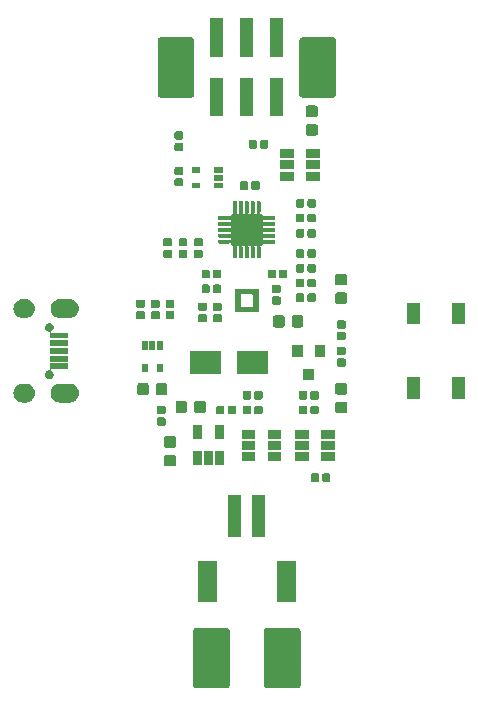
<source format=gbr>
G04 #@! TF.GenerationSoftware,KiCad,Pcbnew,5.1.4+dfsg1-1*
G04 #@! TF.CreationDate,2021-01-09T21:35:19+00:00*
G04 #@! TF.ProjectId,bike-light-board,62696b65-2d6c-4696-9768-742d626f6172,rev?*
G04 #@! TF.SameCoordinates,Original*
G04 #@! TF.FileFunction,Soldermask,Bot*
G04 #@! TF.FilePolarity,Negative*
%FSLAX46Y46*%
G04 Gerber Fmt 4.6, Leading zero omitted, Abs format (unit mm)*
G04 Created by KiCad (PCBNEW 5.1.4+dfsg1-1) date 2021-01-09 21:35:19*
%MOMM*%
%LPD*%
G04 APERTURE LIST*
%ADD10C,0.350000*%
G04 APERTURE END LIST*
D10*
G36*
X4342144Y-23454285D02*
G01*
X4390753Y-23469030D01*
X4435543Y-23492971D01*
X4474806Y-23525194D01*
X4507029Y-23564457D01*
X4530970Y-23609247D01*
X4545715Y-23657856D01*
X4551000Y-23711517D01*
X4551000Y-28288483D01*
X4545715Y-28342144D01*
X4530970Y-28390753D01*
X4507029Y-28435543D01*
X4474806Y-28474806D01*
X4435543Y-28507029D01*
X4390753Y-28530970D01*
X4342144Y-28545715D01*
X4288483Y-28551000D01*
X1711517Y-28551000D01*
X1657856Y-28545715D01*
X1609247Y-28530970D01*
X1564457Y-28507029D01*
X1525194Y-28474806D01*
X1492971Y-28435543D01*
X1469030Y-28390753D01*
X1454285Y-28342144D01*
X1449000Y-28288483D01*
X1449000Y-23711517D01*
X1454285Y-23657856D01*
X1469030Y-23609247D01*
X1492971Y-23564457D01*
X1525194Y-23525194D01*
X1564457Y-23492971D01*
X1609247Y-23469030D01*
X1657856Y-23454285D01*
X1711517Y-23449000D01*
X4288483Y-23449000D01*
X4342144Y-23454285D01*
X4342144Y-23454285D01*
G37*
G36*
X-1657856Y-23454285D02*
G01*
X-1609247Y-23469030D01*
X-1564457Y-23492971D01*
X-1525194Y-23525194D01*
X-1492971Y-23564457D01*
X-1469030Y-23609247D01*
X-1454285Y-23657856D01*
X-1449000Y-23711517D01*
X-1449000Y-28288483D01*
X-1454285Y-28342144D01*
X-1469030Y-28390753D01*
X-1492971Y-28435543D01*
X-1525194Y-28474806D01*
X-1564457Y-28507029D01*
X-1609247Y-28530970D01*
X-1657856Y-28545715D01*
X-1711517Y-28551000D01*
X-4288483Y-28551000D01*
X-4342144Y-28545715D01*
X-4390753Y-28530970D01*
X-4435543Y-28507029D01*
X-4474806Y-28474806D01*
X-4507029Y-28435543D01*
X-4530970Y-28390753D01*
X-4545715Y-28342144D01*
X-4551000Y-28288483D01*
X-4551000Y-23711517D01*
X-4545715Y-23657856D01*
X-4530970Y-23609247D01*
X-4507029Y-23564457D01*
X-4474806Y-23525194D01*
X-4435543Y-23492971D01*
X-4390753Y-23469030D01*
X-4342144Y-23454285D01*
X-4288483Y-23449000D01*
X-1711517Y-23449000D01*
X-1657856Y-23454285D01*
X-1657856Y-23454285D01*
G37*
G36*
X4151000Y-21301000D02*
G01*
X2549000Y-21301000D01*
X2549000Y-17799000D01*
X4151000Y-17799000D01*
X4151000Y-21301000D01*
X4151000Y-21301000D01*
G37*
G36*
X-2549000Y-21301000D02*
G01*
X-4151000Y-21301000D01*
X-4151000Y-17799000D01*
X-2549000Y-17799000D01*
X-2549000Y-21301000D01*
X-2549000Y-21301000D01*
G37*
G36*
X-449000Y-15801000D02*
G01*
X-1551000Y-15801000D01*
X-1551000Y-12199000D01*
X-449000Y-12199000D01*
X-449000Y-15801000D01*
X-449000Y-15801000D01*
G37*
G36*
X1551000Y-15801000D02*
G01*
X449000Y-15801000D01*
X449000Y-12199000D01*
X1551000Y-12199000D01*
X1551000Y-15801000D01*
X1551000Y-15801000D01*
G37*
G36*
X6967247Y-10382015D02*
G01*
X6993684Y-10390035D01*
X7018053Y-10403060D01*
X7039411Y-10420589D01*
X7056940Y-10441947D01*
X7069965Y-10466316D01*
X7077985Y-10492753D01*
X7081000Y-10523367D01*
X7081000Y-10976633D01*
X7077985Y-11007247D01*
X7069965Y-11033684D01*
X7056940Y-11058053D01*
X7039411Y-11079411D01*
X7018053Y-11096940D01*
X6993684Y-11109965D01*
X6967247Y-11117985D01*
X6936633Y-11121000D01*
X6533367Y-11121000D01*
X6502753Y-11117985D01*
X6476316Y-11109965D01*
X6451947Y-11096940D01*
X6430589Y-11079411D01*
X6413060Y-11058053D01*
X6400035Y-11033684D01*
X6392015Y-11007247D01*
X6389000Y-10976633D01*
X6389000Y-10523367D01*
X6392015Y-10492753D01*
X6400035Y-10466316D01*
X6413060Y-10441947D01*
X6430589Y-10420589D01*
X6451947Y-10403060D01*
X6476316Y-10390035D01*
X6502753Y-10382015D01*
X6533367Y-10379000D01*
X6936633Y-10379000D01*
X6967247Y-10382015D01*
X6967247Y-10382015D01*
G37*
G36*
X5997247Y-10382015D02*
G01*
X6023684Y-10390035D01*
X6048053Y-10403060D01*
X6069411Y-10420589D01*
X6086940Y-10441947D01*
X6099965Y-10466316D01*
X6107985Y-10492753D01*
X6111000Y-10523367D01*
X6111000Y-10976633D01*
X6107985Y-11007247D01*
X6099965Y-11033684D01*
X6086940Y-11058053D01*
X6069411Y-11079411D01*
X6048053Y-11096940D01*
X6023684Y-11109965D01*
X5997247Y-11117985D01*
X5966633Y-11121000D01*
X5563367Y-11121000D01*
X5532753Y-11117985D01*
X5506316Y-11109965D01*
X5481947Y-11096940D01*
X5460589Y-11079411D01*
X5443060Y-11058053D01*
X5430035Y-11033684D01*
X5422015Y-11007247D01*
X5419000Y-10976633D01*
X5419000Y-10523367D01*
X5422015Y-10492753D01*
X5430035Y-10466316D01*
X5443060Y-10441947D01*
X5460589Y-10420589D01*
X5481947Y-10403060D01*
X5506316Y-10390035D01*
X5532753Y-10382015D01*
X5563367Y-10379000D01*
X5966633Y-10379000D01*
X5997247Y-10382015D01*
X5997247Y-10382015D01*
G37*
G36*
X-6145106Y-8803384D02*
G01*
X-6105295Y-8815460D01*
X-6068610Y-8835069D01*
X-6036456Y-8861456D01*
X-6010069Y-8893610D01*
X-5990460Y-8930295D01*
X-5978384Y-8970106D01*
X-5974000Y-9014617D01*
X-5974000Y-9560383D01*
X-5978384Y-9604894D01*
X-5990460Y-9644705D01*
X-6010069Y-9681390D01*
X-6036456Y-9713544D01*
X-6068610Y-9739931D01*
X-6105295Y-9759540D01*
X-6145106Y-9771616D01*
X-6189617Y-9776000D01*
X-6810383Y-9776000D01*
X-6854894Y-9771616D01*
X-6894705Y-9759540D01*
X-6931390Y-9739931D01*
X-6963544Y-9713544D01*
X-6989931Y-9681390D01*
X-7009540Y-9644705D01*
X-7021616Y-9604894D01*
X-7026000Y-9560383D01*
X-7026000Y-9014617D01*
X-7021616Y-8970106D01*
X-7009540Y-8930295D01*
X-6989931Y-8893610D01*
X-6963544Y-8861456D01*
X-6931390Y-8835069D01*
X-6894705Y-8815460D01*
X-6854894Y-8803384D01*
X-6810383Y-8799000D01*
X-6189617Y-8799000D01*
X-6145106Y-8803384D01*
X-6145106Y-8803384D01*
G37*
G36*
X-3824000Y-9681000D02*
G01*
X-4576000Y-9681000D01*
X-4576000Y-8519000D01*
X-3824000Y-8519000D01*
X-3824000Y-9681000D01*
X-3824000Y-9681000D01*
G37*
G36*
X-2874000Y-9681000D02*
G01*
X-3626000Y-9681000D01*
X-3626000Y-8519000D01*
X-2874000Y-8519000D01*
X-2874000Y-9681000D01*
X-2874000Y-9681000D01*
G37*
G36*
X-1924000Y-9681000D02*
G01*
X-2676000Y-9681000D01*
X-2676000Y-8519000D01*
X-1924000Y-8519000D01*
X-1924000Y-9681000D01*
X-1924000Y-9681000D01*
G37*
G36*
X731000Y-9326000D02*
G01*
X-431000Y-9326000D01*
X-431000Y-8574000D01*
X731000Y-8574000D01*
X731000Y-9326000D01*
X731000Y-9326000D01*
G37*
G36*
X2931000Y-9326000D02*
G01*
X1769000Y-9326000D01*
X1769000Y-8574000D01*
X2931000Y-8574000D01*
X2931000Y-9326000D01*
X2931000Y-9326000D01*
G37*
G36*
X7431000Y-9326000D02*
G01*
X6269000Y-9326000D01*
X6269000Y-8574000D01*
X7431000Y-8574000D01*
X7431000Y-9326000D01*
X7431000Y-9326000D01*
G37*
G36*
X5231000Y-9326000D02*
G01*
X4069000Y-9326000D01*
X4069000Y-8574000D01*
X5231000Y-8574000D01*
X5231000Y-9326000D01*
X5231000Y-9326000D01*
G37*
G36*
X731000Y-8376000D02*
G01*
X-431000Y-8376000D01*
X-431000Y-7624000D01*
X731000Y-7624000D01*
X731000Y-8376000D01*
X731000Y-8376000D01*
G37*
G36*
X2931000Y-8376000D02*
G01*
X1769000Y-8376000D01*
X1769000Y-7624000D01*
X2931000Y-7624000D01*
X2931000Y-8376000D01*
X2931000Y-8376000D01*
G37*
G36*
X7431000Y-8376000D02*
G01*
X6269000Y-8376000D01*
X6269000Y-7624000D01*
X7431000Y-7624000D01*
X7431000Y-8376000D01*
X7431000Y-8376000D01*
G37*
G36*
X5231000Y-8376000D02*
G01*
X4069000Y-8376000D01*
X4069000Y-7624000D01*
X5231000Y-7624000D01*
X5231000Y-8376000D01*
X5231000Y-8376000D01*
G37*
G36*
X-6145106Y-7228384D02*
G01*
X-6105295Y-7240460D01*
X-6068610Y-7260069D01*
X-6036456Y-7286456D01*
X-6010069Y-7318610D01*
X-5990460Y-7355295D01*
X-5978384Y-7395106D01*
X-5974000Y-7439617D01*
X-5974000Y-7985383D01*
X-5978384Y-8029894D01*
X-5990460Y-8069705D01*
X-6010069Y-8106390D01*
X-6036456Y-8138544D01*
X-6068610Y-8164931D01*
X-6105295Y-8184540D01*
X-6145106Y-8196616D01*
X-6189617Y-8201000D01*
X-6810383Y-8201000D01*
X-6854894Y-8196616D01*
X-6894705Y-8184540D01*
X-6931390Y-8164931D01*
X-6963544Y-8138544D01*
X-6989931Y-8106390D01*
X-7009540Y-8069705D01*
X-7021616Y-8029894D01*
X-7026000Y-7985383D01*
X-7026000Y-7439617D01*
X-7021616Y-7395106D01*
X-7009540Y-7355295D01*
X-6989931Y-7318610D01*
X-6963544Y-7286456D01*
X-6931390Y-7260069D01*
X-6894705Y-7240460D01*
X-6854894Y-7228384D01*
X-6810383Y-7224000D01*
X-6189617Y-7224000D01*
X-6145106Y-7228384D01*
X-6145106Y-7228384D01*
G37*
G36*
X-3824000Y-7481000D02*
G01*
X-4576000Y-7481000D01*
X-4576000Y-6319000D01*
X-3824000Y-6319000D01*
X-3824000Y-7481000D01*
X-3824000Y-7481000D01*
G37*
G36*
X-1924000Y-7481000D02*
G01*
X-2676000Y-7481000D01*
X-2676000Y-6319000D01*
X-1924000Y-6319000D01*
X-1924000Y-7481000D01*
X-1924000Y-7481000D01*
G37*
G36*
X5231000Y-7426000D02*
G01*
X4069000Y-7426000D01*
X4069000Y-6674000D01*
X5231000Y-6674000D01*
X5231000Y-7426000D01*
X5231000Y-7426000D01*
G37*
G36*
X2931000Y-7426000D02*
G01*
X1769000Y-7426000D01*
X1769000Y-6674000D01*
X2931000Y-6674000D01*
X2931000Y-7426000D01*
X2931000Y-7426000D01*
G37*
G36*
X731000Y-7426000D02*
G01*
X-431000Y-7426000D01*
X-431000Y-6674000D01*
X731000Y-6674000D01*
X731000Y-7426000D01*
X731000Y-7426000D01*
G37*
G36*
X7431000Y-7426000D02*
G01*
X6269000Y-7426000D01*
X6269000Y-6674000D01*
X7431000Y-6674000D01*
X7431000Y-7426000D01*
X7431000Y-7426000D01*
G37*
G36*
X-6992753Y-5642015D02*
G01*
X-6966316Y-5650035D01*
X-6941947Y-5663060D01*
X-6920589Y-5680589D01*
X-6903060Y-5701947D01*
X-6890035Y-5726316D01*
X-6882015Y-5752753D01*
X-6879000Y-5783367D01*
X-6879000Y-6186633D01*
X-6882015Y-6217247D01*
X-6890035Y-6243684D01*
X-6903060Y-6268053D01*
X-6920589Y-6289411D01*
X-6941947Y-6306940D01*
X-6966316Y-6319965D01*
X-6992753Y-6327985D01*
X-7023367Y-6331000D01*
X-7476633Y-6331000D01*
X-7507247Y-6327985D01*
X-7533684Y-6319965D01*
X-7558053Y-6306940D01*
X-7579411Y-6289411D01*
X-7596940Y-6268053D01*
X-7609965Y-6243684D01*
X-7617985Y-6217247D01*
X-7621000Y-6186633D01*
X-7621000Y-5783367D01*
X-7617985Y-5752753D01*
X-7609965Y-5726316D01*
X-7596940Y-5701947D01*
X-7579411Y-5680589D01*
X-7558053Y-5663060D01*
X-7533684Y-5650035D01*
X-7507247Y-5642015D01*
X-7476633Y-5639000D01*
X-7023367Y-5639000D01*
X-6992753Y-5642015D01*
X-6992753Y-5642015D01*
G37*
G36*
X5967247Y-4632015D02*
G01*
X5993684Y-4640035D01*
X6018053Y-4653060D01*
X6039411Y-4670589D01*
X6056940Y-4691947D01*
X6069965Y-4716316D01*
X6077985Y-4742753D01*
X6081000Y-4773367D01*
X6081000Y-5226633D01*
X6077985Y-5257247D01*
X6069965Y-5283684D01*
X6056940Y-5308053D01*
X6039411Y-5329411D01*
X6018053Y-5346940D01*
X5993684Y-5359965D01*
X5967247Y-5367985D01*
X5936633Y-5371000D01*
X5533367Y-5371000D01*
X5502753Y-5367985D01*
X5476316Y-5359965D01*
X5451947Y-5346940D01*
X5430589Y-5329411D01*
X5413060Y-5308053D01*
X5400035Y-5283684D01*
X5392015Y-5257247D01*
X5389000Y-5226633D01*
X5389000Y-4773367D01*
X5392015Y-4742753D01*
X5400035Y-4716316D01*
X5413060Y-4691947D01*
X5430589Y-4670589D01*
X5451947Y-4653060D01*
X5476316Y-4640035D01*
X5502753Y-4632015D01*
X5533367Y-4629000D01*
X5936633Y-4629000D01*
X5967247Y-4632015D01*
X5967247Y-4632015D01*
G37*
G36*
X4997247Y-4632015D02*
G01*
X5023684Y-4640035D01*
X5048053Y-4653060D01*
X5069411Y-4670589D01*
X5086940Y-4691947D01*
X5099965Y-4716316D01*
X5107985Y-4742753D01*
X5111000Y-4773367D01*
X5111000Y-5226633D01*
X5107985Y-5257247D01*
X5099965Y-5283684D01*
X5086940Y-5308053D01*
X5069411Y-5329411D01*
X5048053Y-5346940D01*
X5023684Y-5359965D01*
X4997247Y-5367985D01*
X4966633Y-5371000D01*
X4563367Y-5371000D01*
X4532753Y-5367985D01*
X4506316Y-5359965D01*
X4481947Y-5346940D01*
X4460589Y-5329411D01*
X4443060Y-5308053D01*
X4430035Y-5283684D01*
X4422015Y-5257247D01*
X4419000Y-5226633D01*
X4419000Y-4773367D01*
X4422015Y-4742753D01*
X4430035Y-4716316D01*
X4443060Y-4691947D01*
X4460589Y-4670589D01*
X4481947Y-4653060D01*
X4506316Y-4640035D01*
X4532753Y-4632015D01*
X4563367Y-4629000D01*
X4966633Y-4629000D01*
X4997247Y-4632015D01*
X4997247Y-4632015D01*
G37*
G36*
X-2002753Y-4632015D02*
G01*
X-1976316Y-4640035D01*
X-1951947Y-4653060D01*
X-1930589Y-4670589D01*
X-1913060Y-4691947D01*
X-1900035Y-4716316D01*
X-1892015Y-4742753D01*
X-1889000Y-4773367D01*
X-1889000Y-5226633D01*
X-1892015Y-5257247D01*
X-1900035Y-5283684D01*
X-1913060Y-5308053D01*
X-1930589Y-5329411D01*
X-1951947Y-5346940D01*
X-1976316Y-5359965D01*
X-2002753Y-5367985D01*
X-2033367Y-5371000D01*
X-2436633Y-5371000D01*
X-2467247Y-5367985D01*
X-2493684Y-5359965D01*
X-2518053Y-5346940D01*
X-2539411Y-5329411D01*
X-2556940Y-5308053D01*
X-2569965Y-5283684D01*
X-2577985Y-5257247D01*
X-2581000Y-5226633D01*
X-2581000Y-4773367D01*
X-2577985Y-4742753D01*
X-2569965Y-4716316D01*
X-2556940Y-4691947D01*
X-2539411Y-4670589D01*
X-2518053Y-4653060D01*
X-2493684Y-4640035D01*
X-2467247Y-4632015D01*
X-2436633Y-4629000D01*
X-2033367Y-4629000D01*
X-2002753Y-4632015D01*
X-2002753Y-4632015D01*
G37*
G36*
X-1032753Y-4632015D02*
G01*
X-1006316Y-4640035D01*
X-981947Y-4653060D01*
X-960589Y-4670589D01*
X-943060Y-4691947D01*
X-930035Y-4716316D01*
X-922015Y-4742753D01*
X-919000Y-4773367D01*
X-919000Y-5226633D01*
X-922015Y-5257247D01*
X-930035Y-5283684D01*
X-943060Y-5308053D01*
X-960589Y-5329411D01*
X-981947Y-5346940D01*
X-1006316Y-5359965D01*
X-1032753Y-5367985D01*
X-1063367Y-5371000D01*
X-1466633Y-5371000D01*
X-1497247Y-5367985D01*
X-1523684Y-5359965D01*
X-1548053Y-5346940D01*
X-1569411Y-5329411D01*
X-1586940Y-5308053D01*
X-1599965Y-5283684D01*
X-1607985Y-5257247D01*
X-1611000Y-5226633D01*
X-1611000Y-4773367D01*
X-1607985Y-4742753D01*
X-1599965Y-4716316D01*
X-1586940Y-4691947D01*
X-1569411Y-4670589D01*
X-1548053Y-4653060D01*
X-1523684Y-4640035D01*
X-1497247Y-4632015D01*
X-1466633Y-4629000D01*
X-1063367Y-4629000D01*
X-1032753Y-4632015D01*
X-1032753Y-4632015D01*
G37*
G36*
X1217247Y-4632015D02*
G01*
X1243684Y-4640035D01*
X1268053Y-4653060D01*
X1289411Y-4670589D01*
X1306940Y-4691947D01*
X1319965Y-4716316D01*
X1327985Y-4742753D01*
X1331000Y-4773367D01*
X1331000Y-5226633D01*
X1327985Y-5257247D01*
X1319965Y-5283684D01*
X1306940Y-5308053D01*
X1289411Y-5329411D01*
X1268053Y-5346940D01*
X1243684Y-5359965D01*
X1217247Y-5367985D01*
X1186633Y-5371000D01*
X783367Y-5371000D01*
X752753Y-5367985D01*
X726316Y-5359965D01*
X701947Y-5346940D01*
X680589Y-5329411D01*
X663060Y-5308053D01*
X650035Y-5283684D01*
X642015Y-5257247D01*
X639000Y-5226633D01*
X639000Y-4773367D01*
X642015Y-4742753D01*
X650035Y-4716316D01*
X663060Y-4691947D01*
X680589Y-4670589D01*
X701947Y-4653060D01*
X726316Y-4640035D01*
X752753Y-4632015D01*
X783367Y-4629000D01*
X1186633Y-4629000D01*
X1217247Y-4632015D01*
X1217247Y-4632015D01*
G37*
G36*
X247247Y-4632015D02*
G01*
X273684Y-4640035D01*
X298053Y-4653060D01*
X319411Y-4670589D01*
X336940Y-4691947D01*
X349965Y-4716316D01*
X357985Y-4742753D01*
X361000Y-4773367D01*
X361000Y-5226633D01*
X357985Y-5257247D01*
X349965Y-5283684D01*
X336940Y-5308053D01*
X319411Y-5329411D01*
X298053Y-5346940D01*
X273684Y-5359965D01*
X247247Y-5367985D01*
X216633Y-5371000D01*
X-186633Y-5371000D01*
X-217247Y-5367985D01*
X-243684Y-5359965D01*
X-268053Y-5346940D01*
X-289411Y-5329411D01*
X-306940Y-5308053D01*
X-319965Y-5283684D01*
X-327985Y-5257247D01*
X-331000Y-5226633D01*
X-331000Y-4773367D01*
X-327985Y-4742753D01*
X-319965Y-4716316D01*
X-306940Y-4691947D01*
X-289411Y-4670589D01*
X-268053Y-4653060D01*
X-243684Y-4640035D01*
X-217247Y-4632015D01*
X-186633Y-4629000D01*
X216633Y-4629000D01*
X247247Y-4632015D01*
X247247Y-4632015D01*
G37*
G36*
X-6992753Y-4672015D02*
G01*
X-6966316Y-4680035D01*
X-6941947Y-4693060D01*
X-6920589Y-4710589D01*
X-6903060Y-4731947D01*
X-6890035Y-4756316D01*
X-6882015Y-4782753D01*
X-6879000Y-4813367D01*
X-6879000Y-5216633D01*
X-6882015Y-5247247D01*
X-6890035Y-5273684D01*
X-6903060Y-5298053D01*
X-6920589Y-5319411D01*
X-6941947Y-5336940D01*
X-6966316Y-5349965D01*
X-6992753Y-5357985D01*
X-7023367Y-5361000D01*
X-7476633Y-5361000D01*
X-7507247Y-5357985D01*
X-7533684Y-5349965D01*
X-7558053Y-5336940D01*
X-7579411Y-5319411D01*
X-7596940Y-5298053D01*
X-7609965Y-5273684D01*
X-7617985Y-5247247D01*
X-7621000Y-5216633D01*
X-7621000Y-4813367D01*
X-7617985Y-4782753D01*
X-7609965Y-4756316D01*
X-7596940Y-4731947D01*
X-7579411Y-4710589D01*
X-7558053Y-4693060D01*
X-7533684Y-4680035D01*
X-7507247Y-4672015D01*
X-7476633Y-4669000D01*
X-7023367Y-4669000D01*
X-6992753Y-4672015D01*
X-6992753Y-4672015D01*
G37*
G36*
X-5220106Y-4228384D02*
G01*
X-5180295Y-4240460D01*
X-5143610Y-4260069D01*
X-5111456Y-4286456D01*
X-5085069Y-4318610D01*
X-5065460Y-4355295D01*
X-5053384Y-4395106D01*
X-5049000Y-4439617D01*
X-5049000Y-5060383D01*
X-5053384Y-5104894D01*
X-5065460Y-5144705D01*
X-5085069Y-5181390D01*
X-5111456Y-5213544D01*
X-5143610Y-5239931D01*
X-5180295Y-5259540D01*
X-5220106Y-5271616D01*
X-5264617Y-5276000D01*
X-5810383Y-5276000D01*
X-5854894Y-5271616D01*
X-5894705Y-5259540D01*
X-5931390Y-5239931D01*
X-5963544Y-5213544D01*
X-5989931Y-5181390D01*
X-6009540Y-5144705D01*
X-6021616Y-5104894D01*
X-6026000Y-5060383D01*
X-6026000Y-4439617D01*
X-6021616Y-4395106D01*
X-6009540Y-4355295D01*
X-5989931Y-4318610D01*
X-5963544Y-4286456D01*
X-5931390Y-4260069D01*
X-5894705Y-4240460D01*
X-5854894Y-4228384D01*
X-5810383Y-4224000D01*
X-5264617Y-4224000D01*
X-5220106Y-4228384D01*
X-5220106Y-4228384D01*
G37*
G36*
X8354894Y-4303384D02*
G01*
X8394705Y-4315460D01*
X8431390Y-4335069D01*
X8463544Y-4361456D01*
X8489931Y-4393610D01*
X8509540Y-4430295D01*
X8521616Y-4470106D01*
X8526000Y-4514617D01*
X8526000Y-5060383D01*
X8521616Y-5104894D01*
X8509540Y-5144705D01*
X8489931Y-5181390D01*
X8463544Y-5213544D01*
X8431390Y-5239931D01*
X8394705Y-5259540D01*
X8354894Y-5271616D01*
X8310383Y-5276000D01*
X7689617Y-5276000D01*
X7645106Y-5271616D01*
X7605295Y-5259540D01*
X7568610Y-5239931D01*
X7536456Y-5213544D01*
X7510069Y-5181390D01*
X7490460Y-5144705D01*
X7478384Y-5104894D01*
X7474000Y-5060383D01*
X7474000Y-4514617D01*
X7478384Y-4470106D01*
X7490460Y-4430295D01*
X7510069Y-4393610D01*
X7536456Y-4361456D01*
X7568610Y-4335069D01*
X7605295Y-4315460D01*
X7645106Y-4303384D01*
X7689617Y-4299000D01*
X8310383Y-4299000D01*
X8354894Y-4303384D01*
X8354894Y-4303384D01*
G37*
G36*
X-3645106Y-4228384D02*
G01*
X-3605295Y-4240460D01*
X-3568610Y-4260069D01*
X-3536456Y-4286456D01*
X-3510069Y-4318610D01*
X-3490460Y-4355295D01*
X-3478384Y-4395106D01*
X-3474000Y-4439617D01*
X-3474000Y-5060383D01*
X-3478384Y-5104894D01*
X-3490460Y-5144705D01*
X-3510069Y-5181390D01*
X-3536456Y-5213544D01*
X-3568610Y-5239931D01*
X-3605295Y-5259540D01*
X-3645106Y-5271616D01*
X-3689617Y-5276000D01*
X-4235383Y-5276000D01*
X-4279894Y-5271616D01*
X-4319705Y-5259540D01*
X-4356390Y-5239931D01*
X-4388544Y-5213544D01*
X-4414931Y-5181390D01*
X-4434540Y-5144705D01*
X-4446616Y-5104894D01*
X-4451000Y-5060383D01*
X-4451000Y-4439617D01*
X-4446616Y-4395106D01*
X-4434540Y-4355295D01*
X-4414931Y-4318610D01*
X-4388544Y-4286456D01*
X-4356390Y-4260069D01*
X-4319705Y-4240460D01*
X-4279894Y-4228384D01*
X-4235383Y-4224000D01*
X-3689617Y-4224000D01*
X-3645106Y-4228384D01*
X-3645106Y-4228384D01*
G37*
G36*
X-14852977Y-2785590D02*
G01*
X-14701988Y-2831392D01*
X-14701985Y-2831393D01*
X-14562834Y-2905771D01*
X-14440867Y-3005867D01*
X-14340771Y-3127834D01*
X-14266393Y-3266985D01*
X-14266392Y-3266988D01*
X-14220590Y-3417977D01*
X-14205125Y-3575000D01*
X-14220590Y-3732023D01*
X-14266392Y-3883012D01*
X-14266393Y-3883015D01*
X-14340771Y-4022166D01*
X-14440867Y-4144133D01*
X-14562834Y-4244229D01*
X-14701985Y-4318607D01*
X-14701988Y-4318608D01*
X-14852977Y-4364410D01*
X-14970655Y-4376000D01*
X-15849345Y-4376000D01*
X-15967023Y-4364410D01*
X-16118012Y-4318608D01*
X-16118015Y-4318607D01*
X-16257166Y-4244229D01*
X-16379133Y-4144133D01*
X-16479229Y-4022166D01*
X-16553607Y-3883015D01*
X-16553608Y-3883012D01*
X-16599410Y-3732023D01*
X-16614875Y-3575000D01*
X-16599410Y-3417977D01*
X-16553608Y-3266988D01*
X-16553607Y-3266985D01*
X-16479229Y-3127834D01*
X-16379133Y-3005867D01*
X-16257166Y-2905771D01*
X-16118015Y-2831393D01*
X-16118012Y-2831392D01*
X-15967023Y-2785590D01*
X-15849345Y-2774000D01*
X-14970655Y-2774000D01*
X-14852977Y-2785590D01*
X-14852977Y-2785590D01*
G37*
G36*
X-18592977Y-2785590D02*
G01*
X-18441988Y-2831392D01*
X-18441985Y-2831393D01*
X-18302834Y-2905771D01*
X-18180867Y-3005867D01*
X-18080771Y-3127834D01*
X-18006393Y-3266985D01*
X-18006392Y-3266988D01*
X-17960590Y-3417977D01*
X-17945125Y-3575000D01*
X-17960590Y-3732023D01*
X-18006392Y-3883012D01*
X-18006393Y-3883015D01*
X-18080771Y-4022166D01*
X-18180867Y-4144133D01*
X-18302834Y-4244229D01*
X-18441985Y-4318607D01*
X-18441988Y-4318608D01*
X-18592977Y-4364410D01*
X-18710655Y-4376000D01*
X-18989345Y-4376000D01*
X-19107023Y-4364410D01*
X-19258012Y-4318608D01*
X-19258015Y-4318607D01*
X-19397166Y-4244229D01*
X-19519133Y-4144133D01*
X-19619229Y-4022166D01*
X-19693607Y-3883015D01*
X-19693608Y-3883012D01*
X-19739410Y-3732023D01*
X-19754875Y-3575000D01*
X-19739410Y-3417977D01*
X-19693608Y-3266988D01*
X-19693607Y-3266985D01*
X-19619229Y-3127834D01*
X-19519133Y-3005867D01*
X-19397166Y-2905771D01*
X-19258015Y-2831393D01*
X-19258012Y-2831392D01*
X-19107023Y-2785590D01*
X-18989345Y-2774000D01*
X-18710655Y-2774000D01*
X-18592977Y-2785590D01*
X-18592977Y-2785590D01*
G37*
G36*
X247247Y-3382015D02*
G01*
X273684Y-3390035D01*
X298053Y-3403060D01*
X319411Y-3420589D01*
X336940Y-3441947D01*
X349965Y-3466316D01*
X357985Y-3492753D01*
X361000Y-3523367D01*
X361000Y-3976633D01*
X357985Y-4007247D01*
X349965Y-4033684D01*
X336940Y-4058053D01*
X319411Y-4079411D01*
X298053Y-4096940D01*
X273684Y-4109965D01*
X247247Y-4117985D01*
X216633Y-4121000D01*
X-186633Y-4121000D01*
X-217247Y-4117985D01*
X-243684Y-4109965D01*
X-268053Y-4096940D01*
X-289411Y-4079411D01*
X-306940Y-4058053D01*
X-319965Y-4033684D01*
X-327985Y-4007247D01*
X-331000Y-3976633D01*
X-331000Y-3523367D01*
X-327985Y-3492753D01*
X-319965Y-3466316D01*
X-306940Y-3441947D01*
X-289411Y-3420589D01*
X-268053Y-3403060D01*
X-243684Y-3390035D01*
X-217247Y-3382015D01*
X-186633Y-3379000D01*
X216633Y-3379000D01*
X247247Y-3382015D01*
X247247Y-3382015D01*
G37*
G36*
X4997247Y-3382015D02*
G01*
X5023684Y-3390035D01*
X5048053Y-3403060D01*
X5069411Y-3420589D01*
X5086940Y-3441947D01*
X5099965Y-3466316D01*
X5107985Y-3492753D01*
X5111000Y-3523367D01*
X5111000Y-3976633D01*
X5107985Y-4007247D01*
X5099965Y-4033684D01*
X5086940Y-4058053D01*
X5069411Y-4079411D01*
X5048053Y-4096940D01*
X5023684Y-4109965D01*
X4997247Y-4117985D01*
X4966633Y-4121000D01*
X4563367Y-4121000D01*
X4532753Y-4117985D01*
X4506316Y-4109965D01*
X4481947Y-4096940D01*
X4460589Y-4079411D01*
X4443060Y-4058053D01*
X4430035Y-4033684D01*
X4422015Y-4007247D01*
X4419000Y-3976633D01*
X4419000Y-3523367D01*
X4422015Y-3492753D01*
X4430035Y-3466316D01*
X4443060Y-3441947D01*
X4460589Y-3420589D01*
X4481947Y-3403060D01*
X4506316Y-3390035D01*
X4532753Y-3382015D01*
X4563367Y-3379000D01*
X4966633Y-3379000D01*
X4997247Y-3382015D01*
X4997247Y-3382015D01*
G37*
G36*
X5967247Y-3382015D02*
G01*
X5993684Y-3390035D01*
X6018053Y-3403060D01*
X6039411Y-3420589D01*
X6056940Y-3441947D01*
X6069965Y-3466316D01*
X6077985Y-3492753D01*
X6081000Y-3523367D01*
X6081000Y-3976633D01*
X6077985Y-4007247D01*
X6069965Y-4033684D01*
X6056940Y-4058053D01*
X6039411Y-4079411D01*
X6018053Y-4096940D01*
X5993684Y-4109965D01*
X5967247Y-4117985D01*
X5936633Y-4121000D01*
X5533367Y-4121000D01*
X5502753Y-4117985D01*
X5476316Y-4109965D01*
X5451947Y-4096940D01*
X5430589Y-4079411D01*
X5413060Y-4058053D01*
X5400035Y-4033684D01*
X5392015Y-4007247D01*
X5389000Y-3976633D01*
X5389000Y-3523367D01*
X5392015Y-3492753D01*
X5400035Y-3466316D01*
X5413060Y-3441947D01*
X5430589Y-3420589D01*
X5451947Y-3403060D01*
X5476316Y-3390035D01*
X5502753Y-3382015D01*
X5533367Y-3379000D01*
X5936633Y-3379000D01*
X5967247Y-3382015D01*
X5967247Y-3382015D01*
G37*
G36*
X1217247Y-3382015D02*
G01*
X1243684Y-3390035D01*
X1268053Y-3403060D01*
X1289411Y-3420589D01*
X1306940Y-3441947D01*
X1319965Y-3466316D01*
X1327985Y-3492753D01*
X1331000Y-3523367D01*
X1331000Y-3976633D01*
X1327985Y-4007247D01*
X1319965Y-4033684D01*
X1306940Y-4058053D01*
X1289411Y-4079411D01*
X1268053Y-4096940D01*
X1243684Y-4109965D01*
X1217247Y-4117985D01*
X1186633Y-4121000D01*
X783367Y-4121000D01*
X752753Y-4117985D01*
X726316Y-4109965D01*
X701947Y-4096940D01*
X680589Y-4079411D01*
X663060Y-4058053D01*
X650035Y-4033684D01*
X642015Y-4007247D01*
X639000Y-3976633D01*
X639000Y-3523367D01*
X642015Y-3492753D01*
X650035Y-3466316D01*
X663060Y-3441947D01*
X680589Y-3420589D01*
X701947Y-3403060D01*
X726316Y-3390035D01*
X752753Y-3382015D01*
X783367Y-3379000D01*
X1186633Y-3379000D01*
X1217247Y-3382015D01*
X1217247Y-3382015D01*
G37*
G36*
X18451000Y-4051000D02*
G01*
X17349000Y-4051000D01*
X17349000Y-2249000D01*
X18451000Y-2249000D01*
X18451000Y-4051000D01*
X18451000Y-4051000D01*
G37*
G36*
X14651000Y-4051000D02*
G01*
X13549000Y-4051000D01*
X13549000Y-2249000D01*
X14651000Y-2249000D01*
X14651000Y-4051000D01*
X14651000Y-4051000D01*
G37*
G36*
X-8470106Y-2728384D02*
G01*
X-8430295Y-2740460D01*
X-8393610Y-2760069D01*
X-8361456Y-2786456D01*
X-8335069Y-2818610D01*
X-8315460Y-2855295D01*
X-8303384Y-2895106D01*
X-8299000Y-2939617D01*
X-8299000Y-3560383D01*
X-8303384Y-3604894D01*
X-8315460Y-3644705D01*
X-8335069Y-3681390D01*
X-8361456Y-3713544D01*
X-8393610Y-3739931D01*
X-8430295Y-3759540D01*
X-8470106Y-3771616D01*
X-8514617Y-3776000D01*
X-9060383Y-3776000D01*
X-9104894Y-3771616D01*
X-9144705Y-3759540D01*
X-9181390Y-3739931D01*
X-9213544Y-3713544D01*
X-9239931Y-3681390D01*
X-9259540Y-3644705D01*
X-9271616Y-3604894D01*
X-9276000Y-3560383D01*
X-9276000Y-2939617D01*
X-9271616Y-2895106D01*
X-9259540Y-2855295D01*
X-9239931Y-2818610D01*
X-9213544Y-2786456D01*
X-9181390Y-2760069D01*
X-9144705Y-2740460D01*
X-9104894Y-2728384D01*
X-9060383Y-2724000D01*
X-8514617Y-2724000D01*
X-8470106Y-2728384D01*
X-8470106Y-2728384D01*
G37*
G36*
X-6895106Y-2728384D02*
G01*
X-6855295Y-2740460D01*
X-6818610Y-2760069D01*
X-6786456Y-2786456D01*
X-6760069Y-2818610D01*
X-6740460Y-2855295D01*
X-6728384Y-2895106D01*
X-6724000Y-2939617D01*
X-6724000Y-3560383D01*
X-6728384Y-3604894D01*
X-6740460Y-3644705D01*
X-6760069Y-3681390D01*
X-6786456Y-3713544D01*
X-6818610Y-3739931D01*
X-6855295Y-3759540D01*
X-6895106Y-3771616D01*
X-6939617Y-3776000D01*
X-7485383Y-3776000D01*
X-7529894Y-3771616D01*
X-7569705Y-3759540D01*
X-7606390Y-3739931D01*
X-7638544Y-3713544D01*
X-7664931Y-3681390D01*
X-7684540Y-3644705D01*
X-7696616Y-3604894D01*
X-7701000Y-3560383D01*
X-7701000Y-2939617D01*
X-7696616Y-2895106D01*
X-7684540Y-2855295D01*
X-7664931Y-2818610D01*
X-7638544Y-2786456D01*
X-7606390Y-2760069D01*
X-7569705Y-2740460D01*
X-7529894Y-2728384D01*
X-7485383Y-2724000D01*
X-6939617Y-2724000D01*
X-6895106Y-2728384D01*
X-6895106Y-2728384D01*
G37*
G36*
X8354894Y-2728384D02*
G01*
X8394705Y-2740460D01*
X8431390Y-2760069D01*
X8463544Y-2786456D01*
X8489931Y-2818610D01*
X8509540Y-2855295D01*
X8521616Y-2895106D01*
X8526000Y-2939617D01*
X8526000Y-3485383D01*
X8521616Y-3529894D01*
X8509540Y-3569705D01*
X8489931Y-3606390D01*
X8463544Y-3638544D01*
X8431390Y-3664931D01*
X8394705Y-3684540D01*
X8354894Y-3696616D01*
X8310383Y-3701000D01*
X7689617Y-3701000D01*
X7645106Y-3696616D01*
X7605295Y-3684540D01*
X7568610Y-3664931D01*
X7536456Y-3638544D01*
X7510069Y-3606390D01*
X7490460Y-3569705D01*
X7478384Y-3529894D01*
X7474000Y-3485383D01*
X7474000Y-2939617D01*
X7478384Y-2895106D01*
X7490460Y-2855295D01*
X7510069Y-2818610D01*
X7536456Y-2786456D01*
X7568610Y-2760069D01*
X7605295Y-2740460D01*
X7645106Y-2728384D01*
X7689617Y-2724000D01*
X8310383Y-2724000D01*
X8354894Y-2728384D01*
X8354894Y-2728384D01*
G37*
G36*
X5701000Y-2501000D02*
G01*
X4799000Y-2501000D01*
X4799000Y-1499000D01*
X5701000Y-1499000D01*
X5701000Y-2501000D01*
X5701000Y-2501000D01*
G37*
G36*
X-15149000Y-1551000D02*
G01*
X-16513889Y-1551000D01*
X-16526277Y-1552220D01*
X-16538189Y-1555834D01*
X-16549167Y-1561702D01*
X-16558790Y-1569598D01*
X-16566686Y-1579221D01*
X-16572554Y-1590199D01*
X-16576168Y-1602111D01*
X-16577388Y-1614499D01*
X-16576168Y-1626887D01*
X-16572554Y-1638799D01*
X-16566686Y-1649777D01*
X-16558790Y-1659400D01*
X-16549167Y-1667296D01*
X-16543822Y-1670500D01*
X-16515096Y-1685854D01*
X-16457842Y-1732842D01*
X-16410854Y-1790096D01*
X-16375942Y-1855412D01*
X-16375941Y-1855415D01*
X-16354441Y-1926291D01*
X-16347181Y-2000000D01*
X-16354441Y-2073709D01*
X-16375941Y-2144585D01*
X-16375942Y-2144588D01*
X-16410854Y-2209904D01*
X-16457842Y-2267158D01*
X-16515096Y-2314146D01*
X-16580412Y-2349058D01*
X-16580415Y-2349059D01*
X-16651291Y-2370559D01*
X-16706532Y-2376000D01*
X-16743468Y-2376000D01*
X-16798709Y-2370559D01*
X-16869585Y-2349059D01*
X-16869588Y-2349058D01*
X-16934904Y-2314146D01*
X-16992158Y-2267158D01*
X-17039146Y-2209904D01*
X-17074058Y-2144588D01*
X-17074059Y-2144585D01*
X-17095559Y-2073709D01*
X-17102819Y-2000000D01*
X-17095559Y-1926291D01*
X-17074059Y-1855415D01*
X-17074058Y-1855412D01*
X-17039146Y-1790096D01*
X-16992158Y-1732842D01*
X-16934904Y-1685854D01*
X-16869588Y-1650942D01*
X-16869585Y-1650941D01*
X-16798709Y-1629441D01*
X-16743468Y-1624000D01*
X-16714499Y-1624000D01*
X-16702111Y-1622780D01*
X-16690199Y-1619166D01*
X-16679221Y-1613298D01*
X-16669598Y-1605402D01*
X-16661702Y-1595779D01*
X-16655834Y-1584801D01*
X-16652220Y-1572889D01*
X-16651000Y-1560501D01*
X-16651000Y-1049000D01*
X-15149000Y-1049000D01*
X-15149000Y-1551000D01*
X-15149000Y-1551000D01*
G37*
G36*
X-2199000Y-1951000D02*
G01*
X-4801000Y-1951000D01*
X-4801000Y-49000D01*
X-2199000Y-49000D01*
X-2199000Y-1951000D01*
X-2199000Y-1951000D01*
G37*
G36*
X1801000Y-1951000D02*
G01*
X-801000Y-1951000D01*
X-801000Y-49000D01*
X1801000Y-49000D01*
X1801000Y-1951000D01*
X1801000Y-1951000D01*
G37*
G36*
X-8399000Y-1826000D02*
G01*
X-8901000Y-1826000D01*
X-8901000Y-1074000D01*
X-8399000Y-1074000D01*
X-8399000Y-1826000D01*
X-8399000Y-1826000D01*
G37*
G36*
X-7099000Y-1826000D02*
G01*
X-7601000Y-1826000D01*
X-7601000Y-1074000D01*
X-7099000Y-1074000D01*
X-7099000Y-1826000D01*
X-7099000Y-1826000D01*
G37*
G36*
X8257247Y-642015D02*
G01*
X8283684Y-650035D01*
X8308053Y-663060D01*
X8329411Y-680589D01*
X8346940Y-701947D01*
X8359965Y-726316D01*
X8367985Y-752753D01*
X8371000Y-783367D01*
X8371000Y-1186633D01*
X8367985Y-1217247D01*
X8359965Y-1243684D01*
X8346940Y-1268053D01*
X8329411Y-1289411D01*
X8308053Y-1306940D01*
X8283684Y-1319965D01*
X8257247Y-1327985D01*
X8226633Y-1331000D01*
X7773367Y-1331000D01*
X7742753Y-1327985D01*
X7716316Y-1319965D01*
X7691947Y-1306940D01*
X7670589Y-1289411D01*
X7653060Y-1268053D01*
X7640035Y-1243684D01*
X7632015Y-1217247D01*
X7629000Y-1186633D01*
X7629000Y-783367D01*
X7632015Y-752753D01*
X7640035Y-726316D01*
X7653060Y-701947D01*
X7670589Y-680589D01*
X7691947Y-663060D01*
X7716316Y-650035D01*
X7742753Y-642015D01*
X7773367Y-639000D01*
X8226633Y-639000D01*
X8257247Y-642015D01*
X8257247Y-642015D01*
G37*
G36*
X-15149000Y-901000D02*
G01*
X-16651000Y-901000D01*
X-16651000Y-399000D01*
X-15149000Y-399000D01*
X-15149000Y-901000D01*
X-15149000Y-901000D01*
G37*
G36*
X6651000Y-501000D02*
G01*
X5749000Y-501000D01*
X5749000Y501000D01*
X6651000Y501000D01*
X6651000Y-501000D01*
X6651000Y-501000D01*
G37*
G36*
X4751000Y-501000D02*
G01*
X3849000Y-501000D01*
X3849000Y501000D01*
X4751000Y501000D01*
X4751000Y-501000D01*
X4751000Y-501000D01*
G37*
G36*
X8257247Y327985D02*
G01*
X8283684Y319965D01*
X8308053Y306940D01*
X8329411Y289411D01*
X8346940Y268053D01*
X8359965Y243684D01*
X8367985Y217247D01*
X8371000Y186633D01*
X8371000Y-216633D01*
X8367985Y-247247D01*
X8359965Y-273684D01*
X8346940Y-298053D01*
X8329411Y-319411D01*
X8308053Y-336940D01*
X8283684Y-349965D01*
X8257247Y-357985D01*
X8226633Y-361000D01*
X7773367Y-361000D01*
X7742753Y-357985D01*
X7716316Y-349965D01*
X7691947Y-336940D01*
X7670589Y-319411D01*
X7653060Y-298053D01*
X7640035Y-273684D01*
X7632015Y-247247D01*
X7629000Y-216633D01*
X7629000Y186633D01*
X7632015Y217247D01*
X7640035Y243684D01*
X7653060Y268053D01*
X7670589Y289411D01*
X7691947Y306940D01*
X7716316Y319965D01*
X7742753Y327985D01*
X7773367Y331000D01*
X8226633Y331000D01*
X8257247Y327985D01*
X8257247Y327985D01*
G37*
G36*
X-15149000Y-251000D02*
G01*
X-16651000Y-251000D01*
X-16651000Y251000D01*
X-15149000Y251000D01*
X-15149000Y-251000D01*
X-15149000Y-251000D01*
G37*
G36*
X-8399000Y74000D02*
G01*
X-8901000Y74000D01*
X-8901000Y826000D01*
X-8399000Y826000D01*
X-8399000Y74000D01*
X-8399000Y74000D01*
G37*
G36*
X-7749000Y74000D02*
G01*
X-8251000Y74000D01*
X-8251000Y826000D01*
X-7749000Y826000D01*
X-7749000Y74000D01*
X-7749000Y74000D01*
G37*
G36*
X-7099000Y74000D02*
G01*
X-7601000Y74000D01*
X-7601000Y826000D01*
X-7099000Y826000D01*
X-7099000Y74000D01*
X-7099000Y74000D01*
G37*
G36*
X-15149000Y399000D02*
G01*
X-16651000Y399000D01*
X-16651000Y901000D01*
X-15149000Y901000D01*
X-15149000Y399000D01*
X-15149000Y399000D01*
G37*
G36*
X8257247Y1607985D02*
G01*
X8283684Y1599965D01*
X8308053Y1586940D01*
X8329411Y1569411D01*
X8346940Y1548053D01*
X8359965Y1523684D01*
X8367985Y1497247D01*
X8371000Y1466633D01*
X8371000Y1063367D01*
X8367985Y1032753D01*
X8359965Y1006316D01*
X8346940Y981947D01*
X8329411Y960589D01*
X8308053Y943060D01*
X8283684Y930035D01*
X8257247Y922015D01*
X8226633Y919000D01*
X7773367Y919000D01*
X7742753Y922015D01*
X7716316Y930035D01*
X7691947Y943060D01*
X7670589Y960589D01*
X7653060Y981947D01*
X7640035Y1006316D01*
X7632015Y1032753D01*
X7629000Y1063367D01*
X7629000Y1466633D01*
X7632015Y1497247D01*
X7640035Y1523684D01*
X7653060Y1548053D01*
X7670589Y1569411D01*
X7691947Y1586940D01*
X7716316Y1599965D01*
X7742753Y1607985D01*
X7773367Y1611000D01*
X8226633Y1611000D01*
X8257247Y1607985D01*
X8257247Y1607985D01*
G37*
G36*
X-16651291Y2370559D02*
G01*
X-16580415Y2349059D01*
X-16580412Y2349058D01*
X-16515096Y2314146D01*
X-16457842Y2267158D01*
X-16410854Y2209904D01*
X-16375942Y2144588D01*
X-16375941Y2144585D01*
X-16354441Y2073709D01*
X-16347181Y2000000D01*
X-16354441Y1926291D01*
X-16375941Y1855415D01*
X-16375942Y1855412D01*
X-16410854Y1790096D01*
X-16457842Y1732842D01*
X-16515096Y1685854D01*
X-16543822Y1670500D01*
X-16554172Y1663585D01*
X-16562974Y1654783D01*
X-16569890Y1644433D01*
X-16574654Y1632932D01*
X-16577082Y1620723D01*
X-16577082Y1608275D01*
X-16574654Y1596067D01*
X-16569890Y1584566D01*
X-16562975Y1574216D01*
X-16554173Y1565414D01*
X-16543823Y1558498D01*
X-16532322Y1553734D01*
X-16520113Y1551306D01*
X-16513889Y1551000D01*
X-15149000Y1551000D01*
X-15149000Y1049000D01*
X-16651000Y1049000D01*
X-16651000Y1560501D01*
X-16652220Y1572889D01*
X-16655834Y1584801D01*
X-16661702Y1595779D01*
X-16669598Y1605402D01*
X-16679221Y1613298D01*
X-16690199Y1619166D01*
X-16702111Y1622780D01*
X-16714499Y1624000D01*
X-16743468Y1624000D01*
X-16798709Y1629441D01*
X-16869585Y1650941D01*
X-16869588Y1650942D01*
X-16934904Y1685854D01*
X-16992158Y1732842D01*
X-17039146Y1790096D01*
X-17074058Y1855412D01*
X-17074059Y1855415D01*
X-17095559Y1926291D01*
X-17102819Y2000000D01*
X-17095559Y2073709D01*
X-17074059Y2144585D01*
X-17074058Y2144588D01*
X-17039146Y2209904D01*
X-16992158Y2267158D01*
X-16934904Y2314146D01*
X-16869588Y2349058D01*
X-16869585Y2349059D01*
X-16798709Y2370559D01*
X-16743468Y2376000D01*
X-16706532Y2376000D01*
X-16651291Y2370559D01*
X-16651291Y2370559D01*
G37*
G36*
X8257247Y2577985D02*
G01*
X8283684Y2569965D01*
X8308053Y2556940D01*
X8329411Y2539411D01*
X8346940Y2518053D01*
X8359965Y2493684D01*
X8367985Y2467247D01*
X8371000Y2436633D01*
X8371000Y2033367D01*
X8367985Y2002753D01*
X8359965Y1976316D01*
X8346940Y1951947D01*
X8329411Y1930589D01*
X8308053Y1913060D01*
X8283684Y1900035D01*
X8257247Y1892015D01*
X8226633Y1889000D01*
X7773367Y1889000D01*
X7742753Y1892015D01*
X7716316Y1900035D01*
X7691947Y1913060D01*
X7670589Y1930589D01*
X7653060Y1951947D01*
X7640035Y1976316D01*
X7632015Y2002753D01*
X7629000Y2033367D01*
X7629000Y2436633D01*
X7632015Y2467247D01*
X7640035Y2493684D01*
X7653060Y2518053D01*
X7670589Y2539411D01*
X7691947Y2556940D01*
X7716316Y2569965D01*
X7742753Y2577985D01*
X7773367Y2581000D01*
X8226633Y2581000D01*
X8257247Y2577985D01*
X8257247Y2577985D01*
G37*
G36*
X4604894Y3021616D02*
G01*
X4644705Y3009540D01*
X4681390Y2989931D01*
X4713544Y2963544D01*
X4739931Y2931390D01*
X4759540Y2894705D01*
X4771616Y2854894D01*
X4776000Y2810383D01*
X4776000Y2189617D01*
X4771616Y2145106D01*
X4759540Y2105295D01*
X4739931Y2068610D01*
X4713544Y2036456D01*
X4681390Y2010069D01*
X4644705Y1990460D01*
X4604894Y1978384D01*
X4560383Y1974000D01*
X4014617Y1974000D01*
X3970106Y1978384D01*
X3930295Y1990460D01*
X3893610Y2010069D01*
X3861456Y2036456D01*
X3835069Y2068610D01*
X3815460Y2105295D01*
X3803384Y2145106D01*
X3799000Y2189617D01*
X3799000Y2810383D01*
X3803384Y2854894D01*
X3815460Y2894705D01*
X3835069Y2931390D01*
X3861456Y2963544D01*
X3893610Y2989931D01*
X3930295Y3009540D01*
X3970106Y3021616D01*
X4014617Y3026000D01*
X4560383Y3026000D01*
X4604894Y3021616D01*
X4604894Y3021616D01*
G37*
G36*
X3029894Y3021616D02*
G01*
X3069705Y3009540D01*
X3106390Y2989931D01*
X3138544Y2963544D01*
X3164931Y2931390D01*
X3184540Y2894705D01*
X3196616Y2854894D01*
X3201000Y2810383D01*
X3201000Y2189617D01*
X3196616Y2145106D01*
X3184540Y2105295D01*
X3164931Y2068610D01*
X3138544Y2036456D01*
X3106390Y2010069D01*
X3069705Y1990460D01*
X3029894Y1978384D01*
X2985383Y1974000D01*
X2439617Y1974000D01*
X2395106Y1978384D01*
X2355295Y1990460D01*
X2318610Y2010069D01*
X2286456Y2036456D01*
X2260069Y2068610D01*
X2240460Y2105295D01*
X2228384Y2145106D01*
X2224000Y2189617D01*
X2224000Y2810383D01*
X2228384Y2854894D01*
X2240460Y2894705D01*
X2260069Y2931390D01*
X2286456Y2963544D01*
X2318610Y2989931D01*
X2355295Y3009540D01*
X2395106Y3021616D01*
X2439617Y3026000D01*
X2985383Y3026000D01*
X3029894Y3021616D01*
X3029894Y3021616D01*
G37*
G36*
X14651000Y2249000D02*
G01*
X13549000Y2249000D01*
X13549000Y4051000D01*
X14651000Y4051000D01*
X14651000Y2249000D01*
X14651000Y2249000D01*
G37*
G36*
X18451000Y2249000D02*
G01*
X17349000Y2249000D01*
X17349000Y4051000D01*
X18451000Y4051000D01*
X18451000Y2249000D01*
X18451000Y2249000D01*
G37*
G36*
X-3492753Y3107985D02*
G01*
X-3466316Y3099965D01*
X-3441947Y3086940D01*
X-3420589Y3069411D01*
X-3403060Y3048053D01*
X-3390035Y3023684D01*
X-3382015Y2997247D01*
X-3379000Y2966633D01*
X-3379000Y2563367D01*
X-3382015Y2532753D01*
X-3390035Y2506316D01*
X-3403060Y2481947D01*
X-3420589Y2460589D01*
X-3441947Y2443060D01*
X-3466316Y2430035D01*
X-3492753Y2422015D01*
X-3523367Y2419000D01*
X-3976633Y2419000D01*
X-4007247Y2422015D01*
X-4033684Y2430035D01*
X-4058053Y2443060D01*
X-4079411Y2460589D01*
X-4096940Y2481947D01*
X-4109965Y2506316D01*
X-4117985Y2532753D01*
X-4121000Y2563367D01*
X-4121000Y2966633D01*
X-4117985Y2997247D01*
X-4109965Y3023684D01*
X-4096940Y3048053D01*
X-4079411Y3069411D01*
X-4058053Y3086940D01*
X-4033684Y3099965D01*
X-4007247Y3107985D01*
X-3976633Y3111000D01*
X-3523367Y3111000D01*
X-3492753Y3107985D01*
X-3492753Y3107985D01*
G37*
G36*
X-2242753Y3107985D02*
G01*
X-2216316Y3099965D01*
X-2191947Y3086940D01*
X-2170589Y3069411D01*
X-2153060Y3048053D01*
X-2140035Y3023684D01*
X-2132015Y2997247D01*
X-2129000Y2966633D01*
X-2129000Y2563367D01*
X-2132015Y2532753D01*
X-2140035Y2506316D01*
X-2153060Y2481947D01*
X-2170589Y2460589D01*
X-2191947Y2443060D01*
X-2216316Y2430035D01*
X-2242753Y2422015D01*
X-2273367Y2419000D01*
X-2726633Y2419000D01*
X-2757247Y2422015D01*
X-2783684Y2430035D01*
X-2808053Y2443060D01*
X-2829411Y2460589D01*
X-2846940Y2481947D01*
X-2859965Y2506316D01*
X-2867985Y2532753D01*
X-2871000Y2563367D01*
X-2871000Y2966633D01*
X-2867985Y2997247D01*
X-2859965Y3023684D01*
X-2846940Y3048053D01*
X-2829411Y3069411D01*
X-2808053Y3086940D01*
X-2783684Y3099965D01*
X-2757247Y3107985D01*
X-2726633Y3111000D01*
X-2273367Y3111000D01*
X-2242753Y3107985D01*
X-2242753Y3107985D01*
G37*
G36*
X-7492753Y3357985D02*
G01*
X-7466316Y3349965D01*
X-7441947Y3336940D01*
X-7420589Y3319411D01*
X-7403060Y3298053D01*
X-7390035Y3273684D01*
X-7382015Y3247247D01*
X-7379000Y3216633D01*
X-7379000Y2813367D01*
X-7382015Y2782753D01*
X-7390035Y2756316D01*
X-7403060Y2731947D01*
X-7420589Y2710589D01*
X-7441947Y2693060D01*
X-7466316Y2680035D01*
X-7492753Y2672015D01*
X-7523367Y2669000D01*
X-7976633Y2669000D01*
X-8007247Y2672015D01*
X-8033684Y2680035D01*
X-8058053Y2693060D01*
X-8079411Y2710589D01*
X-8096940Y2731947D01*
X-8109965Y2756316D01*
X-8117985Y2782753D01*
X-8121000Y2813367D01*
X-8121000Y3216633D01*
X-8117985Y3247247D01*
X-8109965Y3273684D01*
X-8096940Y3298053D01*
X-8079411Y3319411D01*
X-8058053Y3336940D01*
X-8033684Y3349965D01*
X-8007247Y3357985D01*
X-7976633Y3361000D01*
X-7523367Y3361000D01*
X-7492753Y3357985D01*
X-7492753Y3357985D01*
G37*
G36*
X-6242753Y3357985D02*
G01*
X-6216316Y3349965D01*
X-6191947Y3336940D01*
X-6170589Y3319411D01*
X-6153060Y3298053D01*
X-6140035Y3273684D01*
X-6132015Y3247247D01*
X-6129000Y3216633D01*
X-6129000Y2813367D01*
X-6132015Y2782753D01*
X-6140035Y2756316D01*
X-6153060Y2731947D01*
X-6170589Y2710589D01*
X-6191947Y2693060D01*
X-6216316Y2680035D01*
X-6242753Y2672015D01*
X-6273367Y2669000D01*
X-6726633Y2669000D01*
X-6757247Y2672015D01*
X-6783684Y2680035D01*
X-6808053Y2693060D01*
X-6829411Y2710589D01*
X-6846940Y2731947D01*
X-6859965Y2756316D01*
X-6867985Y2782753D01*
X-6871000Y2813367D01*
X-6871000Y3216633D01*
X-6867985Y3247247D01*
X-6859965Y3273684D01*
X-6846940Y3298053D01*
X-6829411Y3319411D01*
X-6808053Y3336940D01*
X-6783684Y3349965D01*
X-6757247Y3357985D01*
X-6726633Y3361000D01*
X-6273367Y3361000D01*
X-6242753Y3357985D01*
X-6242753Y3357985D01*
G37*
G36*
X-8742753Y3357985D02*
G01*
X-8716316Y3349965D01*
X-8691947Y3336940D01*
X-8670589Y3319411D01*
X-8653060Y3298053D01*
X-8640035Y3273684D01*
X-8632015Y3247247D01*
X-8629000Y3216633D01*
X-8629000Y2813367D01*
X-8632015Y2782753D01*
X-8640035Y2756316D01*
X-8653060Y2731947D01*
X-8670589Y2710589D01*
X-8691947Y2693060D01*
X-8716316Y2680035D01*
X-8742753Y2672015D01*
X-8773367Y2669000D01*
X-9226633Y2669000D01*
X-9257247Y2672015D01*
X-9283684Y2680035D01*
X-9308053Y2693060D01*
X-9329411Y2710589D01*
X-9346940Y2731947D01*
X-9359965Y2756316D01*
X-9367985Y2782753D01*
X-9371000Y2813367D01*
X-9371000Y3216633D01*
X-9367985Y3247247D01*
X-9359965Y3273684D01*
X-9346940Y3298053D01*
X-9329411Y3319411D01*
X-9308053Y3336940D01*
X-9283684Y3349965D01*
X-9257247Y3357985D01*
X-9226633Y3361000D01*
X-8773367Y3361000D01*
X-8742753Y3357985D01*
X-8742753Y3357985D01*
G37*
G36*
X-18592977Y4364410D02*
G01*
X-18441988Y4318608D01*
X-18441985Y4318607D01*
X-18302834Y4244229D01*
X-18180867Y4144133D01*
X-18080771Y4022166D01*
X-18006393Y3883015D01*
X-18006392Y3883012D01*
X-17960590Y3732023D01*
X-17945125Y3575000D01*
X-17960590Y3417977D01*
X-17990490Y3319411D01*
X-18006393Y3266985D01*
X-18080771Y3127834D01*
X-18180867Y3005867D01*
X-18302834Y2905771D01*
X-18441985Y2831393D01*
X-18441988Y2831392D01*
X-18592977Y2785590D01*
X-18710655Y2774000D01*
X-18989345Y2774000D01*
X-19107023Y2785590D01*
X-19258012Y2831392D01*
X-19258015Y2831393D01*
X-19397166Y2905771D01*
X-19519133Y3005867D01*
X-19619229Y3127834D01*
X-19693607Y3266985D01*
X-19709510Y3319411D01*
X-19739410Y3417977D01*
X-19754875Y3575000D01*
X-19739410Y3732023D01*
X-19693608Y3883012D01*
X-19693607Y3883015D01*
X-19619229Y4022166D01*
X-19519133Y4144133D01*
X-19397166Y4244229D01*
X-19258015Y4318607D01*
X-19258012Y4318608D01*
X-19107023Y4364410D01*
X-18989345Y4376000D01*
X-18710655Y4376000D01*
X-18592977Y4364410D01*
X-18592977Y4364410D01*
G37*
G36*
X-14852977Y4364410D02*
G01*
X-14701988Y4318608D01*
X-14701985Y4318607D01*
X-14562834Y4244229D01*
X-14440867Y4144133D01*
X-14340771Y4022166D01*
X-14266393Y3883015D01*
X-14266392Y3883012D01*
X-14220590Y3732023D01*
X-14205125Y3575000D01*
X-14220590Y3417977D01*
X-14250490Y3319411D01*
X-14266393Y3266985D01*
X-14340771Y3127834D01*
X-14440867Y3005867D01*
X-14562834Y2905771D01*
X-14701985Y2831393D01*
X-14701988Y2831392D01*
X-14852977Y2785590D01*
X-14970655Y2774000D01*
X-15849345Y2774000D01*
X-15967023Y2785590D01*
X-16118012Y2831392D01*
X-16118015Y2831393D01*
X-16257166Y2905771D01*
X-16379133Y3005867D01*
X-16479229Y3127834D01*
X-16553607Y3266985D01*
X-16569510Y3319411D01*
X-16599410Y3417977D01*
X-16614875Y3575000D01*
X-16599410Y3732023D01*
X-16553608Y3883012D01*
X-16553607Y3883015D01*
X-16479229Y4022166D01*
X-16379133Y4144133D01*
X-16257166Y4244229D01*
X-16118015Y4318607D01*
X-16118012Y4318608D01*
X-15967023Y4364410D01*
X-15849345Y4376000D01*
X-14970655Y4376000D01*
X-14852977Y4364410D01*
X-14852977Y4364410D01*
G37*
G36*
X494598Y5244598D02*
G01*
X504221Y5236702D01*
X515199Y5230834D01*
X527111Y5227220D01*
X539499Y5226000D01*
X1001000Y5226000D01*
X1001000Y3274000D01*
X539499Y3274000D01*
X527111Y3272780D01*
X515199Y3269166D01*
X504221Y3263298D01*
X494598Y3255402D01*
X489345Y3249000D01*
X-489345Y3249000D01*
X-494598Y3255402D01*
X-504221Y3263298D01*
X-515199Y3269166D01*
X-527111Y3272780D01*
X-539499Y3274000D01*
X-1001000Y3274000D01*
X-1001000Y4710501D01*
X-524000Y4710501D01*
X-524000Y3789499D01*
X-522780Y3777111D01*
X-519166Y3765199D01*
X-513298Y3754221D01*
X-505402Y3744598D01*
X-495779Y3736702D01*
X-484801Y3730834D01*
X-472889Y3727220D01*
X-460501Y3726000D01*
X460501Y3726000D01*
X472889Y3727220D01*
X484801Y3730834D01*
X495779Y3736702D01*
X505402Y3744598D01*
X513298Y3754221D01*
X519166Y3765199D01*
X522780Y3777111D01*
X524000Y3789499D01*
X524000Y4710501D01*
X522780Y4722889D01*
X519166Y4734801D01*
X513298Y4745779D01*
X505402Y4755402D01*
X495779Y4763298D01*
X484801Y4769166D01*
X472889Y4772780D01*
X460501Y4774000D01*
X-460501Y4774000D01*
X-472889Y4772780D01*
X-484801Y4769166D01*
X-495779Y4763298D01*
X-505402Y4755402D01*
X-513298Y4745779D01*
X-519166Y4734801D01*
X-522780Y4722889D01*
X-524000Y4710501D01*
X-1001000Y4710501D01*
X-1001000Y5226000D01*
X-539499Y5226000D01*
X-527111Y5227220D01*
X-515199Y5230834D01*
X-504221Y5236702D01*
X-494598Y5244598D01*
X-489345Y5251000D01*
X489345Y5251000D01*
X494598Y5244598D01*
X494598Y5244598D01*
G37*
G36*
X-2242753Y4077985D02*
G01*
X-2216316Y4069965D01*
X-2191947Y4056940D01*
X-2170589Y4039411D01*
X-2153060Y4018053D01*
X-2140035Y3993684D01*
X-2132015Y3967247D01*
X-2129000Y3936633D01*
X-2129000Y3533367D01*
X-2132015Y3502753D01*
X-2140035Y3476316D01*
X-2153060Y3451947D01*
X-2170589Y3430589D01*
X-2191947Y3413060D01*
X-2216316Y3400035D01*
X-2242753Y3392015D01*
X-2273367Y3389000D01*
X-2726633Y3389000D01*
X-2757247Y3392015D01*
X-2783684Y3400035D01*
X-2808053Y3413060D01*
X-2829411Y3430589D01*
X-2846940Y3451947D01*
X-2859965Y3476316D01*
X-2867985Y3502753D01*
X-2871000Y3533367D01*
X-2871000Y3936633D01*
X-2867985Y3967247D01*
X-2859965Y3993684D01*
X-2846940Y4018053D01*
X-2829411Y4039411D01*
X-2808053Y4056940D01*
X-2783684Y4069965D01*
X-2757247Y4077985D01*
X-2726633Y4081000D01*
X-2273367Y4081000D01*
X-2242753Y4077985D01*
X-2242753Y4077985D01*
G37*
G36*
X-3492753Y4077985D02*
G01*
X-3466316Y4069965D01*
X-3441947Y4056940D01*
X-3420589Y4039411D01*
X-3403060Y4018053D01*
X-3390035Y3993684D01*
X-3382015Y3967247D01*
X-3379000Y3936633D01*
X-3379000Y3533367D01*
X-3382015Y3502753D01*
X-3390035Y3476316D01*
X-3403060Y3451947D01*
X-3420589Y3430589D01*
X-3441947Y3413060D01*
X-3466316Y3400035D01*
X-3492753Y3392015D01*
X-3523367Y3389000D01*
X-3976633Y3389000D01*
X-4007247Y3392015D01*
X-4033684Y3400035D01*
X-4058053Y3413060D01*
X-4079411Y3430589D01*
X-4096940Y3451947D01*
X-4109965Y3476316D01*
X-4117985Y3502753D01*
X-4121000Y3533367D01*
X-4121000Y3936633D01*
X-4117985Y3967247D01*
X-4109965Y3993684D01*
X-4096940Y4018053D01*
X-4079411Y4039411D01*
X-4058053Y4056940D01*
X-4033684Y4069965D01*
X-4007247Y4077985D01*
X-3976633Y4081000D01*
X-3523367Y4081000D01*
X-3492753Y4077985D01*
X-3492753Y4077985D01*
G37*
G36*
X-6242753Y4327985D02*
G01*
X-6216316Y4319965D01*
X-6191947Y4306940D01*
X-6170589Y4289411D01*
X-6153060Y4268053D01*
X-6140035Y4243684D01*
X-6132015Y4217247D01*
X-6129000Y4186633D01*
X-6129000Y3783367D01*
X-6132015Y3752753D01*
X-6140035Y3726316D01*
X-6153060Y3701947D01*
X-6170589Y3680589D01*
X-6191947Y3663060D01*
X-6216316Y3650035D01*
X-6242753Y3642015D01*
X-6273367Y3639000D01*
X-6726633Y3639000D01*
X-6757247Y3642015D01*
X-6783684Y3650035D01*
X-6808053Y3663060D01*
X-6829411Y3680589D01*
X-6846940Y3701947D01*
X-6859965Y3726316D01*
X-6867985Y3752753D01*
X-6871000Y3783367D01*
X-6871000Y4186633D01*
X-6867985Y4217247D01*
X-6859965Y4243684D01*
X-6846940Y4268053D01*
X-6829411Y4289411D01*
X-6808053Y4306940D01*
X-6783684Y4319965D01*
X-6757247Y4327985D01*
X-6726633Y4331000D01*
X-6273367Y4331000D01*
X-6242753Y4327985D01*
X-6242753Y4327985D01*
G37*
G36*
X-7492753Y4327985D02*
G01*
X-7466316Y4319965D01*
X-7441947Y4306940D01*
X-7420589Y4289411D01*
X-7403060Y4268053D01*
X-7390035Y4243684D01*
X-7382015Y4217247D01*
X-7379000Y4186633D01*
X-7379000Y3783367D01*
X-7382015Y3752753D01*
X-7390035Y3726316D01*
X-7403060Y3701947D01*
X-7420589Y3680589D01*
X-7441947Y3663060D01*
X-7466316Y3650035D01*
X-7492753Y3642015D01*
X-7523367Y3639000D01*
X-7976633Y3639000D01*
X-8007247Y3642015D01*
X-8033684Y3650035D01*
X-8058053Y3663060D01*
X-8079411Y3680589D01*
X-8096940Y3701947D01*
X-8109965Y3726316D01*
X-8117985Y3752753D01*
X-8121000Y3783367D01*
X-8121000Y4186633D01*
X-8117985Y4217247D01*
X-8109965Y4243684D01*
X-8096940Y4268053D01*
X-8079411Y4289411D01*
X-8058053Y4306940D01*
X-8033684Y4319965D01*
X-8007247Y4327985D01*
X-7976633Y4331000D01*
X-7523367Y4331000D01*
X-7492753Y4327985D01*
X-7492753Y4327985D01*
G37*
G36*
X-8742753Y4327985D02*
G01*
X-8716316Y4319965D01*
X-8691947Y4306940D01*
X-8670589Y4289411D01*
X-8653060Y4268053D01*
X-8640035Y4243684D01*
X-8632015Y4217247D01*
X-8629000Y4186633D01*
X-8629000Y3783367D01*
X-8632015Y3752753D01*
X-8640035Y3726316D01*
X-8653060Y3701947D01*
X-8670589Y3680589D01*
X-8691947Y3663060D01*
X-8716316Y3650035D01*
X-8742753Y3642015D01*
X-8773367Y3639000D01*
X-9226633Y3639000D01*
X-9257247Y3642015D01*
X-9283684Y3650035D01*
X-9308053Y3663060D01*
X-9329411Y3680589D01*
X-9346940Y3701947D01*
X-9359965Y3726316D01*
X-9367985Y3752753D01*
X-9371000Y3783367D01*
X-9371000Y4186633D01*
X-9367985Y4217247D01*
X-9359965Y4243684D01*
X-9346940Y4268053D01*
X-9329411Y4289411D01*
X-9308053Y4306940D01*
X-9283684Y4319965D01*
X-9257247Y4327985D01*
X-9226633Y4331000D01*
X-8773367Y4331000D01*
X-8742753Y4327985D01*
X-8742753Y4327985D01*
G37*
G36*
X2757247Y4607985D02*
G01*
X2783684Y4599965D01*
X2808053Y4586940D01*
X2829411Y4569411D01*
X2846940Y4548053D01*
X2859965Y4523684D01*
X2867985Y4497247D01*
X2871000Y4466633D01*
X2871000Y4063367D01*
X2867985Y4032753D01*
X2859965Y4006316D01*
X2846940Y3981947D01*
X2829411Y3960589D01*
X2808053Y3943060D01*
X2783684Y3930035D01*
X2757247Y3922015D01*
X2726633Y3919000D01*
X2273367Y3919000D01*
X2242753Y3922015D01*
X2216316Y3930035D01*
X2191947Y3943060D01*
X2170589Y3960589D01*
X2153060Y3981947D01*
X2140035Y4006316D01*
X2132015Y4032753D01*
X2129000Y4063367D01*
X2129000Y4466633D01*
X2132015Y4497247D01*
X2140035Y4523684D01*
X2153060Y4548053D01*
X2170589Y4569411D01*
X2191947Y4586940D01*
X2216316Y4599965D01*
X2242753Y4607985D01*
X2273367Y4611000D01*
X2726633Y4611000D01*
X2757247Y4607985D01*
X2757247Y4607985D01*
G37*
G36*
X8354894Y4946616D02*
G01*
X8394705Y4934540D01*
X8431390Y4914931D01*
X8463544Y4888544D01*
X8489931Y4856390D01*
X8509540Y4819705D01*
X8521616Y4779894D01*
X8526000Y4735383D01*
X8526000Y4189617D01*
X8521616Y4145106D01*
X8509540Y4105295D01*
X8489931Y4068610D01*
X8463544Y4036456D01*
X8431390Y4010069D01*
X8394705Y3990460D01*
X8354894Y3978384D01*
X8310383Y3974000D01*
X7689617Y3974000D01*
X7645106Y3978384D01*
X7605295Y3990460D01*
X7568610Y4010069D01*
X7536456Y4036456D01*
X7510069Y4068610D01*
X7490460Y4105295D01*
X7478384Y4145106D01*
X7474000Y4189617D01*
X7474000Y4735383D01*
X7478384Y4779894D01*
X7490460Y4819705D01*
X7510069Y4856390D01*
X7536456Y4888544D01*
X7568610Y4914931D01*
X7605295Y4934540D01*
X7645106Y4946616D01*
X7689617Y4951000D01*
X8310383Y4951000D01*
X8354894Y4946616D01*
X8354894Y4946616D01*
G37*
G36*
X4747247Y4867985D02*
G01*
X4773684Y4859965D01*
X4798053Y4846940D01*
X4819411Y4829411D01*
X4836940Y4808053D01*
X4849965Y4783684D01*
X4857985Y4757247D01*
X4861000Y4726633D01*
X4861000Y4273367D01*
X4857985Y4242753D01*
X4849965Y4216316D01*
X4836940Y4191947D01*
X4819411Y4170589D01*
X4798053Y4153060D01*
X4773684Y4140035D01*
X4747247Y4132015D01*
X4716633Y4129000D01*
X4313367Y4129000D01*
X4282753Y4132015D01*
X4256316Y4140035D01*
X4231947Y4153060D01*
X4210589Y4170589D01*
X4193060Y4191947D01*
X4180035Y4216316D01*
X4172015Y4242753D01*
X4169000Y4273367D01*
X4169000Y4726633D01*
X4172015Y4757247D01*
X4180035Y4783684D01*
X4193060Y4808053D01*
X4210589Y4829411D01*
X4231947Y4846940D01*
X4256316Y4859965D01*
X4282753Y4867985D01*
X4313367Y4871000D01*
X4716633Y4871000D01*
X4747247Y4867985D01*
X4747247Y4867985D01*
G37*
G36*
X5717247Y4867985D02*
G01*
X5743684Y4859965D01*
X5768053Y4846940D01*
X5789411Y4829411D01*
X5806940Y4808053D01*
X5819965Y4783684D01*
X5827985Y4757247D01*
X5831000Y4726633D01*
X5831000Y4273367D01*
X5827985Y4242753D01*
X5819965Y4216316D01*
X5806940Y4191947D01*
X5789411Y4170589D01*
X5768053Y4153060D01*
X5743684Y4140035D01*
X5717247Y4132015D01*
X5686633Y4129000D01*
X5283367Y4129000D01*
X5252753Y4132015D01*
X5226316Y4140035D01*
X5201947Y4153060D01*
X5180589Y4170589D01*
X5163060Y4191947D01*
X5150035Y4216316D01*
X5142015Y4242753D01*
X5139000Y4273367D01*
X5139000Y4726633D01*
X5142015Y4757247D01*
X5150035Y4783684D01*
X5163060Y4808053D01*
X5180589Y4829411D01*
X5201947Y4846940D01*
X5226316Y4859965D01*
X5252753Y4867985D01*
X5283367Y4871000D01*
X5686633Y4871000D01*
X5717247Y4867985D01*
X5717247Y4867985D01*
G37*
G36*
X-2282753Y5617985D02*
G01*
X-2256316Y5609965D01*
X-2231947Y5596940D01*
X-2210589Y5579411D01*
X-2193060Y5558053D01*
X-2180035Y5533684D01*
X-2172015Y5507247D01*
X-2169000Y5476633D01*
X-2169000Y5023367D01*
X-2172015Y4992753D01*
X-2180035Y4966316D01*
X-2193060Y4941947D01*
X-2210589Y4920589D01*
X-2231947Y4903060D01*
X-2256316Y4890035D01*
X-2282753Y4882015D01*
X-2313367Y4879000D01*
X-2716633Y4879000D01*
X-2747247Y4882015D01*
X-2773684Y4890035D01*
X-2798053Y4903060D01*
X-2819411Y4920589D01*
X-2836940Y4941947D01*
X-2849965Y4966316D01*
X-2857985Y4992753D01*
X-2861000Y5023367D01*
X-2861000Y5476633D01*
X-2857985Y5507247D01*
X-2849965Y5533684D01*
X-2836940Y5558053D01*
X-2819411Y5579411D01*
X-2798053Y5596940D01*
X-2773684Y5609965D01*
X-2747247Y5617985D01*
X-2716633Y5621000D01*
X-2313367Y5621000D01*
X-2282753Y5617985D01*
X-2282753Y5617985D01*
G37*
G36*
X-3252753Y5617985D02*
G01*
X-3226316Y5609965D01*
X-3201947Y5596940D01*
X-3180589Y5579411D01*
X-3163060Y5558053D01*
X-3150035Y5533684D01*
X-3142015Y5507247D01*
X-3139000Y5476633D01*
X-3139000Y5023367D01*
X-3142015Y4992753D01*
X-3150035Y4966316D01*
X-3163060Y4941947D01*
X-3180589Y4920589D01*
X-3201947Y4903060D01*
X-3226316Y4890035D01*
X-3252753Y4882015D01*
X-3283367Y4879000D01*
X-3686633Y4879000D01*
X-3717247Y4882015D01*
X-3743684Y4890035D01*
X-3768053Y4903060D01*
X-3789411Y4920589D01*
X-3806940Y4941947D01*
X-3819965Y4966316D01*
X-3827985Y4992753D01*
X-3831000Y5023367D01*
X-3831000Y5476633D01*
X-3827985Y5507247D01*
X-3819965Y5533684D01*
X-3806940Y5558053D01*
X-3789411Y5579411D01*
X-3768053Y5596940D01*
X-3743684Y5609965D01*
X-3717247Y5617985D01*
X-3686633Y5621000D01*
X-3283367Y5621000D01*
X-3252753Y5617985D01*
X-3252753Y5617985D01*
G37*
G36*
X2757247Y5577985D02*
G01*
X2783684Y5569965D01*
X2808053Y5556940D01*
X2829411Y5539411D01*
X2846940Y5518053D01*
X2859965Y5493684D01*
X2867985Y5467247D01*
X2871000Y5436633D01*
X2871000Y5033367D01*
X2867985Y5002753D01*
X2859965Y4976316D01*
X2846940Y4951947D01*
X2829411Y4930589D01*
X2808053Y4913060D01*
X2783684Y4900035D01*
X2757247Y4892015D01*
X2726633Y4889000D01*
X2273367Y4889000D01*
X2242753Y4892015D01*
X2216316Y4900035D01*
X2191947Y4913060D01*
X2170589Y4930589D01*
X2153060Y4951947D01*
X2140035Y4976316D01*
X2132015Y5002753D01*
X2129000Y5033367D01*
X2129000Y5436633D01*
X2132015Y5467247D01*
X2140035Y5493684D01*
X2153060Y5518053D01*
X2170589Y5539411D01*
X2191947Y5556940D01*
X2216316Y5569965D01*
X2242753Y5577985D01*
X2273367Y5581000D01*
X2726633Y5581000D01*
X2757247Y5577985D01*
X2757247Y5577985D01*
G37*
G36*
X5717247Y6117985D02*
G01*
X5743684Y6109965D01*
X5768053Y6096940D01*
X5789411Y6079411D01*
X5806940Y6058053D01*
X5819965Y6033684D01*
X5827985Y6007247D01*
X5831000Y5976633D01*
X5831000Y5523367D01*
X5827985Y5492753D01*
X5819965Y5466316D01*
X5806940Y5441947D01*
X5789411Y5420589D01*
X5768053Y5403060D01*
X5743684Y5390035D01*
X5717247Y5382015D01*
X5686633Y5379000D01*
X5283367Y5379000D01*
X5252753Y5382015D01*
X5226316Y5390035D01*
X5201947Y5403060D01*
X5180589Y5420589D01*
X5163060Y5441947D01*
X5150035Y5466316D01*
X5142015Y5492753D01*
X5139000Y5523367D01*
X5139000Y5976633D01*
X5142015Y6007247D01*
X5150035Y6033684D01*
X5163060Y6058053D01*
X5180589Y6079411D01*
X5201947Y6096940D01*
X5226316Y6109965D01*
X5252753Y6117985D01*
X5283367Y6121000D01*
X5686633Y6121000D01*
X5717247Y6117985D01*
X5717247Y6117985D01*
G37*
G36*
X4747247Y6117985D02*
G01*
X4773684Y6109965D01*
X4798053Y6096940D01*
X4819411Y6079411D01*
X4836940Y6058053D01*
X4849965Y6033684D01*
X4857985Y6007247D01*
X4861000Y5976633D01*
X4861000Y5523367D01*
X4857985Y5492753D01*
X4849965Y5466316D01*
X4836940Y5441947D01*
X4819411Y5420589D01*
X4798053Y5403060D01*
X4773684Y5390035D01*
X4747247Y5382015D01*
X4716633Y5379000D01*
X4313367Y5379000D01*
X4282753Y5382015D01*
X4256316Y5390035D01*
X4231947Y5403060D01*
X4210589Y5420589D01*
X4193060Y5441947D01*
X4180035Y5466316D01*
X4172015Y5492753D01*
X4169000Y5523367D01*
X4169000Y5976633D01*
X4172015Y6007247D01*
X4180035Y6033684D01*
X4193060Y6058053D01*
X4210589Y6079411D01*
X4231947Y6096940D01*
X4256316Y6109965D01*
X4282753Y6117985D01*
X4313367Y6121000D01*
X4716633Y6121000D01*
X4747247Y6117985D01*
X4747247Y6117985D01*
G37*
G36*
X8354894Y6521616D02*
G01*
X8394705Y6509540D01*
X8431390Y6489931D01*
X8463544Y6463544D01*
X8489931Y6431390D01*
X8509540Y6394705D01*
X8521616Y6354894D01*
X8526000Y6310383D01*
X8526000Y5764617D01*
X8521616Y5720106D01*
X8509540Y5680295D01*
X8489931Y5643610D01*
X8463544Y5611456D01*
X8431390Y5585069D01*
X8394705Y5565460D01*
X8354894Y5553384D01*
X8310383Y5549000D01*
X7689617Y5549000D01*
X7645106Y5553384D01*
X7605295Y5565460D01*
X7568610Y5585069D01*
X7536456Y5611456D01*
X7510069Y5643610D01*
X7490460Y5680295D01*
X7478384Y5720106D01*
X7474000Y5764617D01*
X7474000Y6310383D01*
X7478384Y6354894D01*
X7490460Y6394705D01*
X7510069Y6431390D01*
X7536456Y6463544D01*
X7568610Y6489931D01*
X7605295Y6509540D01*
X7645106Y6521616D01*
X7689617Y6526000D01*
X8310383Y6526000D01*
X8354894Y6521616D01*
X8354894Y6521616D01*
G37*
G36*
X-2282753Y6867985D02*
G01*
X-2256316Y6859965D01*
X-2231947Y6846940D01*
X-2210589Y6829411D01*
X-2193060Y6808053D01*
X-2180035Y6783684D01*
X-2172015Y6757247D01*
X-2169000Y6726633D01*
X-2169000Y6273367D01*
X-2172015Y6242753D01*
X-2180035Y6216316D01*
X-2193060Y6191947D01*
X-2210589Y6170589D01*
X-2231947Y6153060D01*
X-2256316Y6140035D01*
X-2282753Y6132015D01*
X-2313367Y6129000D01*
X-2716633Y6129000D01*
X-2747247Y6132015D01*
X-2773684Y6140035D01*
X-2798053Y6153060D01*
X-2819411Y6170589D01*
X-2836940Y6191947D01*
X-2849965Y6216316D01*
X-2857985Y6242753D01*
X-2861000Y6273367D01*
X-2861000Y6726633D01*
X-2857985Y6757247D01*
X-2849965Y6783684D01*
X-2836940Y6808053D01*
X-2819411Y6829411D01*
X-2798053Y6846940D01*
X-2773684Y6859965D01*
X-2747247Y6867985D01*
X-2716633Y6871000D01*
X-2313367Y6871000D01*
X-2282753Y6867985D01*
X-2282753Y6867985D01*
G37*
G36*
X-3252753Y6867985D02*
G01*
X-3226316Y6859965D01*
X-3201947Y6846940D01*
X-3180589Y6829411D01*
X-3163060Y6808053D01*
X-3150035Y6783684D01*
X-3142015Y6757247D01*
X-3139000Y6726633D01*
X-3139000Y6273367D01*
X-3142015Y6242753D01*
X-3150035Y6216316D01*
X-3163060Y6191947D01*
X-3180589Y6170589D01*
X-3201947Y6153060D01*
X-3226316Y6140035D01*
X-3252753Y6132015D01*
X-3283367Y6129000D01*
X-3686633Y6129000D01*
X-3717247Y6132015D01*
X-3743684Y6140035D01*
X-3768053Y6153060D01*
X-3789411Y6170589D01*
X-3806940Y6191947D01*
X-3819965Y6216316D01*
X-3827985Y6242753D01*
X-3831000Y6273367D01*
X-3831000Y6726633D01*
X-3827985Y6757247D01*
X-3819965Y6783684D01*
X-3806940Y6808053D01*
X-3789411Y6829411D01*
X-3768053Y6846940D01*
X-3743684Y6859965D01*
X-3717247Y6867985D01*
X-3686633Y6871000D01*
X-3283367Y6871000D01*
X-3252753Y6867985D01*
X-3252753Y6867985D01*
G37*
G36*
X3317247Y6867985D02*
G01*
X3343684Y6859965D01*
X3368053Y6846940D01*
X3389411Y6829411D01*
X3406940Y6808053D01*
X3419965Y6783684D01*
X3427985Y6757247D01*
X3431000Y6726633D01*
X3431000Y6273367D01*
X3427985Y6242753D01*
X3419965Y6216316D01*
X3406940Y6191947D01*
X3389411Y6170589D01*
X3368053Y6153060D01*
X3343684Y6140035D01*
X3317247Y6132015D01*
X3286633Y6129000D01*
X2883367Y6129000D01*
X2852753Y6132015D01*
X2826316Y6140035D01*
X2801947Y6153060D01*
X2780589Y6170589D01*
X2763060Y6191947D01*
X2750035Y6216316D01*
X2742015Y6242753D01*
X2739000Y6273367D01*
X2739000Y6726633D01*
X2742015Y6757247D01*
X2750035Y6783684D01*
X2763060Y6808053D01*
X2780589Y6829411D01*
X2801947Y6846940D01*
X2826316Y6859965D01*
X2852753Y6867985D01*
X2883367Y6871000D01*
X3286633Y6871000D01*
X3317247Y6867985D01*
X3317247Y6867985D01*
G37*
G36*
X2347247Y6867985D02*
G01*
X2373684Y6859965D01*
X2398053Y6846940D01*
X2419411Y6829411D01*
X2436940Y6808053D01*
X2449965Y6783684D01*
X2457985Y6757247D01*
X2461000Y6726633D01*
X2461000Y6273367D01*
X2457985Y6242753D01*
X2449965Y6216316D01*
X2436940Y6191947D01*
X2419411Y6170589D01*
X2398053Y6153060D01*
X2373684Y6140035D01*
X2347247Y6132015D01*
X2316633Y6129000D01*
X1913367Y6129000D01*
X1882753Y6132015D01*
X1856316Y6140035D01*
X1831947Y6153060D01*
X1810589Y6170589D01*
X1793060Y6191947D01*
X1780035Y6216316D01*
X1772015Y6242753D01*
X1769000Y6273367D01*
X1769000Y6726633D01*
X1772015Y6757247D01*
X1780035Y6783684D01*
X1793060Y6808053D01*
X1810589Y6829411D01*
X1831947Y6846940D01*
X1856316Y6859965D01*
X1882753Y6867985D01*
X1913367Y6871000D01*
X2316633Y6871000D01*
X2347247Y6867985D01*
X2347247Y6867985D01*
G37*
G36*
X4747247Y7367985D02*
G01*
X4773684Y7359965D01*
X4798053Y7346940D01*
X4819411Y7329411D01*
X4836940Y7308053D01*
X4849965Y7283684D01*
X4857985Y7257247D01*
X4861000Y7226633D01*
X4861000Y6773367D01*
X4857985Y6742753D01*
X4849965Y6716316D01*
X4836940Y6691947D01*
X4819411Y6670589D01*
X4798053Y6653060D01*
X4773684Y6640035D01*
X4747247Y6632015D01*
X4716633Y6629000D01*
X4313367Y6629000D01*
X4282753Y6632015D01*
X4256316Y6640035D01*
X4231947Y6653060D01*
X4210589Y6670589D01*
X4193060Y6691947D01*
X4180035Y6716316D01*
X4172015Y6742753D01*
X4169000Y6773367D01*
X4169000Y7226633D01*
X4172015Y7257247D01*
X4180035Y7283684D01*
X4193060Y7308053D01*
X4210589Y7329411D01*
X4231947Y7346940D01*
X4256316Y7359965D01*
X4282753Y7367985D01*
X4313367Y7371000D01*
X4716633Y7371000D01*
X4747247Y7367985D01*
X4747247Y7367985D01*
G37*
G36*
X5717247Y7367985D02*
G01*
X5743684Y7359965D01*
X5768053Y7346940D01*
X5789411Y7329411D01*
X5806940Y7308053D01*
X5819965Y7283684D01*
X5827985Y7257247D01*
X5831000Y7226633D01*
X5831000Y6773367D01*
X5827985Y6742753D01*
X5819965Y6716316D01*
X5806940Y6691947D01*
X5789411Y6670589D01*
X5768053Y6653060D01*
X5743684Y6640035D01*
X5717247Y6632015D01*
X5686633Y6629000D01*
X5283367Y6629000D01*
X5252753Y6632015D01*
X5226316Y6640035D01*
X5201947Y6653060D01*
X5180589Y6670589D01*
X5163060Y6691947D01*
X5150035Y6716316D01*
X5142015Y6742753D01*
X5139000Y6773367D01*
X5139000Y7226633D01*
X5142015Y7257247D01*
X5150035Y7283684D01*
X5163060Y7308053D01*
X5180589Y7329411D01*
X5201947Y7346940D01*
X5226316Y7359965D01*
X5252753Y7367985D01*
X5283367Y7371000D01*
X5686633Y7371000D01*
X5717247Y7367985D01*
X5717247Y7367985D01*
G37*
G36*
X-869337Y12649618D02*
G01*
X-858840Y12646434D01*
X-849171Y12641266D01*
X-840693Y12634307D01*
X-833734Y12625829D01*
X-828566Y12616160D01*
X-825382Y12605663D01*
X-824000Y12591633D01*
X-824000Y11758367D01*
X-825382Y11744337D01*
X-828566Y11733840D01*
X-833734Y11724171D01*
X-840693Y11715692D01*
X-843263Y11713583D01*
X-852065Y11704780D01*
X-858980Y11694430D01*
X-863744Y11682929D01*
X-866171Y11670720D01*
X-866171Y11658272D01*
X-863742Y11646064D01*
X-858978Y11634563D01*
X-852062Y11624214D01*
X-843259Y11615412D01*
X-832909Y11608497D01*
X-821408Y11603733D01*
X-802978Y11601000D01*
X-697022Y11601000D01*
X-684634Y11602220D01*
X-672722Y11605834D01*
X-661744Y11611702D01*
X-652121Y11619598D01*
X-644225Y11629221D01*
X-638357Y11640199D01*
X-634743Y11652111D01*
X-633523Y11664499D01*
X-634743Y11676887D01*
X-638357Y11688799D01*
X-644225Y11699777D01*
X-656737Y11713583D01*
X-659307Y11715692D01*
X-666266Y11724171D01*
X-671434Y11733840D01*
X-674618Y11744337D01*
X-676000Y11758367D01*
X-676000Y12591633D01*
X-674618Y12605663D01*
X-671434Y12616160D01*
X-666266Y12625829D01*
X-659307Y12634307D01*
X-650829Y12641266D01*
X-641160Y12646434D01*
X-630663Y12649618D01*
X-616633Y12651000D01*
X-383367Y12651000D01*
X-369337Y12649618D01*
X-358840Y12646434D01*
X-349171Y12641266D01*
X-340693Y12634307D01*
X-333734Y12625829D01*
X-328566Y12616160D01*
X-325382Y12605663D01*
X-324000Y12591633D01*
X-324000Y11758367D01*
X-325382Y11744337D01*
X-328566Y11733840D01*
X-333734Y11724171D01*
X-340693Y11715692D01*
X-343263Y11713583D01*
X-352065Y11704780D01*
X-358980Y11694430D01*
X-363744Y11682929D01*
X-366171Y11670720D01*
X-366171Y11658272D01*
X-363742Y11646064D01*
X-358978Y11634563D01*
X-352062Y11624214D01*
X-343259Y11615412D01*
X-332909Y11608497D01*
X-321408Y11603733D01*
X-302978Y11601000D01*
X-197022Y11601000D01*
X-184634Y11602220D01*
X-172722Y11605834D01*
X-161744Y11611702D01*
X-152121Y11619598D01*
X-144225Y11629221D01*
X-138357Y11640199D01*
X-134743Y11652111D01*
X-133523Y11664499D01*
X-134743Y11676887D01*
X-138357Y11688799D01*
X-144225Y11699777D01*
X-156737Y11713583D01*
X-159307Y11715692D01*
X-166266Y11724171D01*
X-171434Y11733840D01*
X-174618Y11744337D01*
X-176000Y11758367D01*
X-176000Y12591633D01*
X-174618Y12605663D01*
X-171434Y12616160D01*
X-166266Y12625829D01*
X-159307Y12634307D01*
X-150829Y12641266D01*
X-141160Y12646434D01*
X-130663Y12649618D01*
X-116633Y12651000D01*
X116633Y12651000D01*
X130663Y12649618D01*
X141160Y12646434D01*
X150829Y12641266D01*
X159307Y12634307D01*
X166266Y12625829D01*
X171434Y12616160D01*
X174618Y12605663D01*
X176000Y12591633D01*
X176000Y11758367D01*
X174618Y11744337D01*
X171434Y11733840D01*
X166266Y11724171D01*
X159307Y11715692D01*
X156737Y11713583D01*
X147935Y11704780D01*
X141020Y11694430D01*
X136256Y11682929D01*
X133829Y11670720D01*
X133829Y11658272D01*
X136258Y11646064D01*
X141022Y11634563D01*
X147938Y11624214D01*
X156741Y11615412D01*
X167091Y11608497D01*
X178592Y11603733D01*
X197022Y11601000D01*
X302978Y11601000D01*
X315366Y11602220D01*
X327278Y11605834D01*
X338256Y11611702D01*
X347879Y11619598D01*
X355775Y11629221D01*
X361643Y11640199D01*
X365257Y11652111D01*
X366477Y11664499D01*
X365257Y11676887D01*
X361643Y11688799D01*
X355775Y11699777D01*
X343263Y11713583D01*
X340693Y11715692D01*
X333734Y11724171D01*
X328566Y11733840D01*
X325382Y11744337D01*
X324000Y11758367D01*
X324000Y12591633D01*
X325382Y12605663D01*
X328566Y12616160D01*
X333734Y12625829D01*
X340693Y12634307D01*
X349171Y12641266D01*
X358840Y12646434D01*
X369337Y12649618D01*
X383367Y12651000D01*
X616633Y12651000D01*
X630663Y12649618D01*
X641160Y12646434D01*
X650829Y12641266D01*
X659307Y12634307D01*
X666266Y12625829D01*
X671434Y12616160D01*
X674618Y12605663D01*
X676000Y12591633D01*
X676000Y11758367D01*
X674618Y11744337D01*
X671434Y11733840D01*
X666266Y11724171D01*
X659307Y11715692D01*
X656737Y11713583D01*
X647935Y11704780D01*
X641020Y11694430D01*
X636256Y11682929D01*
X633829Y11670720D01*
X633829Y11658272D01*
X636258Y11646064D01*
X641022Y11634563D01*
X647938Y11624214D01*
X656741Y11615412D01*
X667091Y11608497D01*
X678592Y11603733D01*
X697022Y11601000D01*
X802978Y11601000D01*
X815366Y11602220D01*
X827278Y11605834D01*
X838256Y11611702D01*
X847879Y11619598D01*
X855775Y11629221D01*
X861643Y11640199D01*
X865257Y11652111D01*
X866477Y11664499D01*
X865257Y11676887D01*
X861643Y11688799D01*
X855775Y11699777D01*
X843263Y11713583D01*
X840693Y11715692D01*
X833734Y11724171D01*
X828566Y11733840D01*
X825382Y11744337D01*
X824000Y11758367D01*
X824000Y12591633D01*
X825382Y12605663D01*
X828566Y12616160D01*
X833734Y12625829D01*
X840693Y12634307D01*
X849171Y12641266D01*
X858840Y12646434D01*
X869337Y12649618D01*
X883367Y12651000D01*
X1116633Y12651000D01*
X1130663Y12649618D01*
X1141160Y12646434D01*
X1150829Y12641266D01*
X1159307Y12634307D01*
X1166266Y12625829D01*
X1171434Y12616160D01*
X1174618Y12605663D01*
X1176000Y12591633D01*
X1176000Y11758367D01*
X1174618Y11744337D01*
X1171434Y11733840D01*
X1166266Y11724171D01*
X1159308Y11715694D01*
X1150891Y11708785D01*
X1142090Y11699982D01*
X1135175Y11689632D01*
X1130412Y11678131D01*
X1127984Y11665922D01*
X1127985Y11653474D01*
X1130414Y11641265D01*
X1135179Y11629765D01*
X1142095Y11619415D01*
X1150898Y11610614D01*
X1161248Y11603699D01*
X1172749Y11598936D01*
X1181320Y11597232D01*
X1222161Y11584843D01*
X1258159Y11565602D01*
X1289709Y11539709D01*
X1315602Y11508159D01*
X1334843Y11472161D01*
X1347232Y11431319D01*
X1348936Y11422751D01*
X1353698Y11411250D01*
X1360613Y11400899D01*
X1369414Y11392096D01*
X1379764Y11385180D01*
X1391264Y11380415D01*
X1403472Y11377985D01*
X1415920Y11377984D01*
X1428129Y11380412D01*
X1439630Y11385174D01*
X1449981Y11392089D01*
X1458785Y11400891D01*
X1465694Y11409308D01*
X1474171Y11416266D01*
X1483840Y11421434D01*
X1494337Y11424618D01*
X1508367Y11426000D01*
X2341633Y11426000D01*
X2355663Y11424618D01*
X2366160Y11421434D01*
X2375829Y11416266D01*
X2384307Y11409307D01*
X2391266Y11400829D01*
X2396434Y11391160D01*
X2399618Y11380663D01*
X2401000Y11366633D01*
X2401000Y11133367D01*
X2399618Y11119337D01*
X2396434Y11108840D01*
X2391266Y11099171D01*
X2384307Y11090693D01*
X2375829Y11083734D01*
X2366160Y11078566D01*
X2355663Y11075382D01*
X2341633Y11074000D01*
X1508367Y11074000D01*
X1494337Y11075382D01*
X1483840Y11078566D01*
X1474171Y11083734D01*
X1465692Y11090693D01*
X1463583Y11093263D01*
X1454780Y11102065D01*
X1444430Y11108980D01*
X1432929Y11113744D01*
X1420720Y11116171D01*
X1408272Y11116171D01*
X1396064Y11113742D01*
X1384563Y11108978D01*
X1374214Y11102062D01*
X1365412Y11093259D01*
X1358497Y11082909D01*
X1353733Y11071408D01*
X1351000Y11052978D01*
X1351000Y10947022D01*
X1352220Y10934634D01*
X1355834Y10922722D01*
X1361702Y10911744D01*
X1369598Y10902121D01*
X1379221Y10894225D01*
X1390199Y10888357D01*
X1402111Y10884743D01*
X1414499Y10883523D01*
X1426887Y10884743D01*
X1438799Y10888357D01*
X1449777Y10894225D01*
X1463583Y10906737D01*
X1465692Y10909307D01*
X1474171Y10916266D01*
X1483840Y10921434D01*
X1494337Y10924618D01*
X1508367Y10926000D01*
X2341633Y10926000D01*
X2355663Y10924618D01*
X2366160Y10921434D01*
X2375829Y10916266D01*
X2384307Y10909307D01*
X2391266Y10900829D01*
X2396434Y10891160D01*
X2399618Y10880663D01*
X2401000Y10866633D01*
X2401000Y10633367D01*
X2399618Y10619337D01*
X2396434Y10608840D01*
X2391266Y10599171D01*
X2384307Y10590693D01*
X2375829Y10583734D01*
X2366160Y10578566D01*
X2355663Y10575382D01*
X2341633Y10574000D01*
X1508367Y10574000D01*
X1494337Y10575382D01*
X1483840Y10578566D01*
X1474171Y10583734D01*
X1465692Y10590693D01*
X1463583Y10593263D01*
X1454780Y10602065D01*
X1444430Y10608980D01*
X1432929Y10613744D01*
X1420720Y10616171D01*
X1408272Y10616171D01*
X1396064Y10613742D01*
X1384563Y10608978D01*
X1374214Y10602062D01*
X1365412Y10593259D01*
X1358497Y10582909D01*
X1353733Y10571408D01*
X1351000Y10552978D01*
X1351000Y10447022D01*
X1352220Y10434634D01*
X1355834Y10422722D01*
X1361702Y10411744D01*
X1369598Y10402121D01*
X1379221Y10394225D01*
X1390199Y10388357D01*
X1402111Y10384743D01*
X1414499Y10383523D01*
X1426887Y10384743D01*
X1438799Y10388357D01*
X1449777Y10394225D01*
X1463583Y10406737D01*
X1465692Y10409307D01*
X1474171Y10416266D01*
X1483840Y10421434D01*
X1494337Y10424618D01*
X1508367Y10426000D01*
X2341633Y10426000D01*
X2355663Y10424618D01*
X2366160Y10421434D01*
X2375829Y10416266D01*
X2384307Y10409307D01*
X2391266Y10400829D01*
X2396434Y10391160D01*
X2399618Y10380663D01*
X2401000Y10366633D01*
X2401000Y10133367D01*
X2399618Y10119337D01*
X2396434Y10108840D01*
X2391266Y10099171D01*
X2384307Y10090693D01*
X2375829Y10083734D01*
X2366160Y10078566D01*
X2355663Y10075382D01*
X2341633Y10074000D01*
X1508367Y10074000D01*
X1494337Y10075382D01*
X1483840Y10078566D01*
X1474171Y10083734D01*
X1465692Y10090693D01*
X1463583Y10093263D01*
X1454780Y10102065D01*
X1444430Y10108980D01*
X1432929Y10113744D01*
X1420720Y10116171D01*
X1408272Y10116171D01*
X1396064Y10113742D01*
X1384563Y10108978D01*
X1374214Y10102062D01*
X1365412Y10093259D01*
X1358497Y10082909D01*
X1353733Y10071408D01*
X1351000Y10052978D01*
X1351000Y9947022D01*
X1352220Y9934634D01*
X1355834Y9922722D01*
X1361702Y9911744D01*
X1369598Y9902121D01*
X1379221Y9894225D01*
X1390199Y9888357D01*
X1402111Y9884743D01*
X1414499Y9883523D01*
X1426887Y9884743D01*
X1438799Y9888357D01*
X1449777Y9894225D01*
X1463583Y9906737D01*
X1465692Y9909307D01*
X1474171Y9916266D01*
X1483840Y9921434D01*
X1494337Y9924618D01*
X1508367Y9926000D01*
X2341633Y9926000D01*
X2355663Y9924618D01*
X2366160Y9921434D01*
X2375829Y9916266D01*
X2384307Y9909307D01*
X2391266Y9900829D01*
X2396434Y9891160D01*
X2399618Y9880663D01*
X2401000Y9866633D01*
X2401000Y9633367D01*
X2399618Y9619337D01*
X2396434Y9608840D01*
X2391266Y9599171D01*
X2384307Y9590693D01*
X2375829Y9583734D01*
X2366160Y9578566D01*
X2355663Y9575382D01*
X2341633Y9574000D01*
X1508367Y9574000D01*
X1494337Y9575382D01*
X1483840Y9578566D01*
X1474171Y9583734D01*
X1465692Y9590693D01*
X1463583Y9593263D01*
X1454780Y9602065D01*
X1444430Y9608980D01*
X1432929Y9613744D01*
X1420720Y9616171D01*
X1408272Y9616171D01*
X1396064Y9613742D01*
X1384563Y9608978D01*
X1374214Y9602062D01*
X1365412Y9593259D01*
X1358497Y9582909D01*
X1353733Y9571408D01*
X1351000Y9552978D01*
X1351000Y9447022D01*
X1352220Y9434634D01*
X1355834Y9422722D01*
X1361702Y9411744D01*
X1369598Y9402121D01*
X1379221Y9394225D01*
X1390199Y9388357D01*
X1402111Y9384743D01*
X1414499Y9383523D01*
X1426887Y9384743D01*
X1438799Y9388357D01*
X1449777Y9394225D01*
X1463583Y9406737D01*
X1465692Y9409307D01*
X1474171Y9416266D01*
X1483840Y9421434D01*
X1494337Y9424618D01*
X1508367Y9426000D01*
X2341633Y9426000D01*
X2355663Y9424618D01*
X2366160Y9421434D01*
X2375829Y9416266D01*
X2384307Y9409307D01*
X2391266Y9400829D01*
X2396434Y9391160D01*
X2399618Y9380663D01*
X2401000Y9366633D01*
X2401000Y9133367D01*
X2399618Y9119337D01*
X2396434Y9108840D01*
X2391266Y9099171D01*
X2384307Y9090693D01*
X2375829Y9083734D01*
X2366160Y9078566D01*
X2355663Y9075382D01*
X2341633Y9074000D01*
X1508367Y9074000D01*
X1494337Y9075382D01*
X1483840Y9078566D01*
X1474171Y9083734D01*
X1465694Y9090692D01*
X1458785Y9099109D01*
X1449982Y9107910D01*
X1439632Y9114825D01*
X1428131Y9119588D01*
X1415922Y9122016D01*
X1403474Y9122015D01*
X1391265Y9119586D01*
X1379765Y9114821D01*
X1369415Y9107905D01*
X1360614Y9099102D01*
X1353699Y9088752D01*
X1348936Y9077251D01*
X1347232Y9068680D01*
X1334843Y9027839D01*
X1315602Y8991841D01*
X1289709Y8960291D01*
X1258159Y8934398D01*
X1222161Y8915157D01*
X1181319Y8902768D01*
X1172751Y8901064D01*
X1161250Y8896302D01*
X1150899Y8889387D01*
X1142096Y8880586D01*
X1135180Y8870236D01*
X1130415Y8858736D01*
X1127985Y8846528D01*
X1127984Y8834080D01*
X1130412Y8821871D01*
X1135174Y8810370D01*
X1142089Y8800019D01*
X1150891Y8791215D01*
X1159308Y8784306D01*
X1166266Y8775829D01*
X1171434Y8766160D01*
X1174618Y8755663D01*
X1176000Y8741633D01*
X1176000Y7908367D01*
X1174618Y7894337D01*
X1171434Y7883840D01*
X1166266Y7874171D01*
X1159307Y7865693D01*
X1150829Y7858734D01*
X1141160Y7853566D01*
X1130663Y7850382D01*
X1116633Y7849000D01*
X883367Y7849000D01*
X869337Y7850382D01*
X858840Y7853566D01*
X849171Y7858734D01*
X840693Y7865693D01*
X833734Y7874171D01*
X828566Y7883840D01*
X825382Y7894337D01*
X824000Y7908367D01*
X824000Y8741633D01*
X825382Y8755663D01*
X828566Y8766160D01*
X833734Y8775829D01*
X840693Y8784308D01*
X843263Y8786417D01*
X852065Y8795220D01*
X858980Y8805570D01*
X863744Y8817071D01*
X866171Y8829280D01*
X866171Y8841728D01*
X863742Y8853936D01*
X858978Y8865437D01*
X852062Y8875786D01*
X843259Y8884588D01*
X832909Y8891503D01*
X821408Y8896267D01*
X802978Y8899000D01*
X697022Y8899000D01*
X684634Y8897780D01*
X672722Y8894166D01*
X661744Y8888298D01*
X652121Y8880402D01*
X644225Y8870779D01*
X638357Y8859801D01*
X634743Y8847889D01*
X633523Y8835501D01*
X634743Y8823113D01*
X638357Y8811201D01*
X644225Y8800223D01*
X656737Y8786417D01*
X659307Y8784308D01*
X666266Y8775829D01*
X671434Y8766160D01*
X674618Y8755663D01*
X676000Y8741633D01*
X676000Y7908367D01*
X674618Y7894337D01*
X671434Y7883840D01*
X666266Y7874171D01*
X659307Y7865693D01*
X650829Y7858734D01*
X641160Y7853566D01*
X630663Y7850382D01*
X616633Y7849000D01*
X383367Y7849000D01*
X369337Y7850382D01*
X358840Y7853566D01*
X349171Y7858734D01*
X340693Y7865693D01*
X333734Y7874171D01*
X328566Y7883840D01*
X325382Y7894337D01*
X324000Y7908367D01*
X324000Y8741633D01*
X325382Y8755663D01*
X328566Y8766160D01*
X333734Y8775829D01*
X340693Y8784308D01*
X343263Y8786417D01*
X352065Y8795220D01*
X358980Y8805570D01*
X363744Y8817071D01*
X366171Y8829280D01*
X366171Y8841728D01*
X363742Y8853936D01*
X358978Y8865437D01*
X352062Y8875786D01*
X343259Y8884588D01*
X332909Y8891503D01*
X321408Y8896267D01*
X302978Y8899000D01*
X197022Y8899000D01*
X184634Y8897780D01*
X172722Y8894166D01*
X161744Y8888298D01*
X152121Y8880402D01*
X144225Y8870779D01*
X138357Y8859801D01*
X134743Y8847889D01*
X133523Y8835501D01*
X134743Y8823113D01*
X138357Y8811201D01*
X144225Y8800223D01*
X156737Y8786417D01*
X159307Y8784308D01*
X166266Y8775829D01*
X171434Y8766160D01*
X174618Y8755663D01*
X176000Y8741633D01*
X176000Y7908367D01*
X174618Y7894337D01*
X171434Y7883840D01*
X166266Y7874171D01*
X159307Y7865693D01*
X150829Y7858734D01*
X141160Y7853566D01*
X130663Y7850382D01*
X116633Y7849000D01*
X-116633Y7849000D01*
X-130663Y7850382D01*
X-141160Y7853566D01*
X-150829Y7858734D01*
X-159307Y7865693D01*
X-166266Y7874171D01*
X-171434Y7883840D01*
X-174618Y7894337D01*
X-176000Y7908367D01*
X-176000Y8741633D01*
X-174618Y8755663D01*
X-171434Y8766160D01*
X-166266Y8775829D01*
X-159307Y8784308D01*
X-156737Y8786417D01*
X-147935Y8795220D01*
X-141020Y8805570D01*
X-136256Y8817071D01*
X-133829Y8829280D01*
X-133829Y8841728D01*
X-136258Y8853936D01*
X-141022Y8865437D01*
X-147938Y8875786D01*
X-156741Y8884588D01*
X-167091Y8891503D01*
X-178592Y8896267D01*
X-197022Y8899000D01*
X-302978Y8899000D01*
X-315366Y8897780D01*
X-327278Y8894166D01*
X-338256Y8888298D01*
X-347879Y8880402D01*
X-355775Y8870779D01*
X-361643Y8859801D01*
X-365257Y8847889D01*
X-366477Y8835501D01*
X-365257Y8823113D01*
X-361643Y8811201D01*
X-355775Y8800223D01*
X-343263Y8786417D01*
X-340693Y8784308D01*
X-333734Y8775829D01*
X-328566Y8766160D01*
X-325382Y8755663D01*
X-324000Y8741633D01*
X-324000Y7908367D01*
X-325382Y7894337D01*
X-328566Y7883840D01*
X-333734Y7874171D01*
X-340693Y7865693D01*
X-349171Y7858734D01*
X-358840Y7853566D01*
X-369337Y7850382D01*
X-383367Y7849000D01*
X-616633Y7849000D01*
X-630663Y7850382D01*
X-641160Y7853566D01*
X-650829Y7858734D01*
X-659307Y7865693D01*
X-666266Y7874171D01*
X-671434Y7883840D01*
X-674618Y7894337D01*
X-676000Y7908367D01*
X-676000Y8741633D01*
X-674618Y8755663D01*
X-671434Y8766160D01*
X-666266Y8775829D01*
X-659307Y8784308D01*
X-656737Y8786417D01*
X-647935Y8795220D01*
X-641020Y8805570D01*
X-636256Y8817071D01*
X-633829Y8829280D01*
X-633829Y8841728D01*
X-636258Y8853936D01*
X-641022Y8865437D01*
X-647938Y8875786D01*
X-656741Y8884588D01*
X-667091Y8891503D01*
X-678592Y8896267D01*
X-697022Y8899000D01*
X-802978Y8899000D01*
X-815366Y8897780D01*
X-827278Y8894166D01*
X-838256Y8888298D01*
X-847879Y8880402D01*
X-855775Y8870779D01*
X-861643Y8859801D01*
X-865257Y8847889D01*
X-866477Y8835501D01*
X-865257Y8823113D01*
X-861643Y8811201D01*
X-855775Y8800223D01*
X-843263Y8786417D01*
X-840693Y8784308D01*
X-833734Y8775829D01*
X-828566Y8766160D01*
X-825382Y8755663D01*
X-824000Y8741633D01*
X-824000Y7908367D01*
X-825382Y7894337D01*
X-828566Y7883840D01*
X-833734Y7874171D01*
X-840693Y7865693D01*
X-849171Y7858734D01*
X-858840Y7853566D01*
X-869337Y7850382D01*
X-883367Y7849000D01*
X-1116633Y7849000D01*
X-1130663Y7850382D01*
X-1141160Y7853566D01*
X-1150829Y7858734D01*
X-1159307Y7865693D01*
X-1166266Y7874171D01*
X-1171434Y7883840D01*
X-1174618Y7894337D01*
X-1176000Y7908367D01*
X-1176000Y8741633D01*
X-1174618Y8755663D01*
X-1171434Y8766160D01*
X-1166266Y8775829D01*
X-1159308Y8784306D01*
X-1150891Y8791215D01*
X-1142090Y8800018D01*
X-1135175Y8810368D01*
X-1130412Y8821869D01*
X-1127984Y8834078D01*
X-1127985Y8846526D01*
X-1130414Y8858735D01*
X-1135179Y8870235D01*
X-1142095Y8880585D01*
X-1150898Y8889386D01*
X-1161248Y8896301D01*
X-1172749Y8901064D01*
X-1181320Y8902768D01*
X-1222161Y8915157D01*
X-1258159Y8934398D01*
X-1289709Y8960291D01*
X-1315602Y8991841D01*
X-1334843Y9027839D01*
X-1347232Y9068681D01*
X-1348936Y9077249D01*
X-1353698Y9088750D01*
X-1360613Y9099101D01*
X-1369414Y9107904D01*
X-1379764Y9114820D01*
X-1391264Y9119585D01*
X-1403472Y9122015D01*
X-1415920Y9122016D01*
X-1428129Y9119588D01*
X-1439630Y9114826D01*
X-1449981Y9107911D01*
X-1458785Y9099109D01*
X-1465694Y9090692D01*
X-1474171Y9083734D01*
X-1483840Y9078566D01*
X-1494337Y9075382D01*
X-1508367Y9074000D01*
X-2341633Y9074000D01*
X-2355663Y9075382D01*
X-2366160Y9078566D01*
X-2375829Y9083734D01*
X-2384307Y9090693D01*
X-2391266Y9099171D01*
X-2396434Y9108840D01*
X-2399618Y9119337D01*
X-2401000Y9133367D01*
X-2401000Y9366633D01*
X-2399618Y9380663D01*
X-2396434Y9391160D01*
X-2391266Y9400829D01*
X-2384307Y9409307D01*
X-2375829Y9416266D01*
X-2366160Y9421434D01*
X-2355663Y9424618D01*
X-2341633Y9426000D01*
X-1508367Y9426000D01*
X-1494337Y9424618D01*
X-1483840Y9421434D01*
X-1474171Y9416266D01*
X-1465692Y9409307D01*
X-1463583Y9406737D01*
X-1454780Y9397935D01*
X-1444430Y9391020D01*
X-1432929Y9386256D01*
X-1420720Y9383829D01*
X-1408272Y9383829D01*
X-1396064Y9386258D01*
X-1384563Y9391022D01*
X-1374214Y9397938D01*
X-1365412Y9406741D01*
X-1358497Y9417091D01*
X-1353733Y9428592D01*
X-1351000Y9447022D01*
X-1351000Y9552978D01*
X-1352220Y9565366D01*
X-1355834Y9577278D01*
X-1361702Y9588256D01*
X-1369598Y9597879D01*
X-1379221Y9605775D01*
X-1390199Y9611643D01*
X-1402111Y9615257D01*
X-1414499Y9616477D01*
X-1426887Y9615257D01*
X-1438799Y9611643D01*
X-1449777Y9605775D01*
X-1463583Y9593263D01*
X-1465692Y9590693D01*
X-1474171Y9583734D01*
X-1483840Y9578566D01*
X-1494337Y9575382D01*
X-1508367Y9574000D01*
X-2341633Y9574000D01*
X-2355663Y9575382D01*
X-2366160Y9578566D01*
X-2375829Y9583734D01*
X-2384307Y9590693D01*
X-2391266Y9599171D01*
X-2396434Y9608840D01*
X-2399618Y9619337D01*
X-2401000Y9633367D01*
X-2401000Y9866633D01*
X-2399618Y9880663D01*
X-2396434Y9891160D01*
X-2391266Y9900829D01*
X-2384307Y9909307D01*
X-2375829Y9916266D01*
X-2366160Y9921434D01*
X-2355663Y9924618D01*
X-2341633Y9926000D01*
X-1508367Y9926000D01*
X-1494337Y9924618D01*
X-1483840Y9921434D01*
X-1474171Y9916266D01*
X-1465692Y9909307D01*
X-1463583Y9906737D01*
X-1454780Y9897935D01*
X-1444430Y9891020D01*
X-1432929Y9886256D01*
X-1420720Y9883829D01*
X-1408272Y9883829D01*
X-1396064Y9886258D01*
X-1384563Y9891022D01*
X-1374214Y9897938D01*
X-1365412Y9906741D01*
X-1358497Y9917091D01*
X-1353733Y9928592D01*
X-1351000Y9947022D01*
X-1351000Y10052978D01*
X-1352220Y10065366D01*
X-1355834Y10077278D01*
X-1361702Y10088256D01*
X-1369598Y10097879D01*
X-1379221Y10105775D01*
X-1390199Y10111643D01*
X-1402111Y10115257D01*
X-1414499Y10116477D01*
X-1426887Y10115257D01*
X-1438799Y10111643D01*
X-1449777Y10105775D01*
X-1463583Y10093263D01*
X-1465692Y10090693D01*
X-1474171Y10083734D01*
X-1483840Y10078566D01*
X-1494337Y10075382D01*
X-1508367Y10074000D01*
X-2341633Y10074000D01*
X-2355663Y10075382D01*
X-2366160Y10078566D01*
X-2375829Y10083734D01*
X-2384307Y10090693D01*
X-2391266Y10099171D01*
X-2396434Y10108840D01*
X-2399618Y10119337D01*
X-2401000Y10133367D01*
X-2401000Y10366633D01*
X-2399618Y10380663D01*
X-2396434Y10391160D01*
X-2391266Y10400829D01*
X-2384307Y10409307D01*
X-2375829Y10416266D01*
X-2366160Y10421434D01*
X-2355663Y10424618D01*
X-2341633Y10426000D01*
X-1508367Y10426000D01*
X-1494337Y10424618D01*
X-1483840Y10421434D01*
X-1474171Y10416266D01*
X-1465692Y10409307D01*
X-1463583Y10406737D01*
X-1454780Y10397935D01*
X-1444430Y10391020D01*
X-1432929Y10386256D01*
X-1420720Y10383829D01*
X-1408272Y10383829D01*
X-1396064Y10386258D01*
X-1384563Y10391022D01*
X-1374214Y10397938D01*
X-1365412Y10406741D01*
X-1358497Y10417091D01*
X-1353733Y10428592D01*
X-1351000Y10447022D01*
X-1351000Y10552978D01*
X-1352220Y10565366D01*
X-1355834Y10577278D01*
X-1361702Y10588256D01*
X-1369598Y10597879D01*
X-1379221Y10605775D01*
X-1390199Y10611643D01*
X-1402111Y10615257D01*
X-1414499Y10616477D01*
X-1426887Y10615257D01*
X-1438799Y10611643D01*
X-1449777Y10605775D01*
X-1463583Y10593263D01*
X-1465692Y10590693D01*
X-1474171Y10583734D01*
X-1483840Y10578566D01*
X-1494337Y10575382D01*
X-1508367Y10574000D01*
X-2341633Y10574000D01*
X-2355663Y10575382D01*
X-2366160Y10578566D01*
X-2375829Y10583734D01*
X-2384307Y10590693D01*
X-2391266Y10599171D01*
X-2396434Y10608840D01*
X-2399618Y10619337D01*
X-2401000Y10633367D01*
X-2401000Y10866633D01*
X-2399618Y10880663D01*
X-2396434Y10891160D01*
X-2391266Y10900829D01*
X-2384307Y10909307D01*
X-2375829Y10916266D01*
X-2366160Y10921434D01*
X-2355663Y10924618D01*
X-2341633Y10926000D01*
X-1508367Y10926000D01*
X-1494337Y10924618D01*
X-1483840Y10921434D01*
X-1474171Y10916266D01*
X-1465692Y10909307D01*
X-1463583Y10906737D01*
X-1454780Y10897935D01*
X-1444430Y10891020D01*
X-1432929Y10886256D01*
X-1420720Y10883829D01*
X-1408272Y10883829D01*
X-1396064Y10886258D01*
X-1384563Y10891022D01*
X-1374214Y10897938D01*
X-1365412Y10906741D01*
X-1358497Y10917091D01*
X-1353733Y10928592D01*
X-1351000Y10947022D01*
X-1351000Y11052978D01*
X-1352220Y11065366D01*
X-1355834Y11077278D01*
X-1361702Y11088256D01*
X-1369598Y11097879D01*
X-1379221Y11105775D01*
X-1390199Y11111643D01*
X-1402111Y11115257D01*
X-1414499Y11116477D01*
X-1426887Y11115257D01*
X-1438799Y11111643D01*
X-1449777Y11105775D01*
X-1463583Y11093263D01*
X-1465692Y11090693D01*
X-1474171Y11083734D01*
X-1483840Y11078566D01*
X-1494337Y11075382D01*
X-1508367Y11074000D01*
X-2341633Y11074000D01*
X-2355663Y11075382D01*
X-2366160Y11078566D01*
X-2375829Y11083734D01*
X-2384307Y11090693D01*
X-2391266Y11099171D01*
X-2396434Y11108840D01*
X-2399618Y11119337D01*
X-2401000Y11133367D01*
X-2401000Y11366633D01*
X-2399618Y11380663D01*
X-2396434Y11391160D01*
X-2391266Y11400829D01*
X-2384307Y11409307D01*
X-2375829Y11416266D01*
X-2366160Y11421434D01*
X-2355663Y11424618D01*
X-2341633Y11426000D01*
X-1508367Y11426000D01*
X-1494337Y11424618D01*
X-1483840Y11421434D01*
X-1474171Y11416266D01*
X-1465694Y11409308D01*
X-1458785Y11400891D01*
X-1449982Y11392090D01*
X-1439632Y11385175D01*
X-1428131Y11380412D01*
X-1415922Y11377984D01*
X-1403474Y11377985D01*
X-1391265Y11380414D01*
X-1379765Y11385179D01*
X-1369415Y11392095D01*
X-1360614Y11400898D01*
X-1353699Y11411248D01*
X-1348936Y11422749D01*
X-1347232Y11431320D01*
X-1334843Y11472161D01*
X-1315602Y11508159D01*
X-1289709Y11539709D01*
X-1258159Y11565602D01*
X-1222161Y11584843D01*
X-1181319Y11597232D01*
X-1172751Y11598936D01*
X-1161250Y11603698D01*
X-1150899Y11610613D01*
X-1142096Y11619414D01*
X-1135180Y11629764D01*
X-1130415Y11641264D01*
X-1127985Y11653472D01*
X-1127984Y11665920D01*
X-1130412Y11678129D01*
X-1135174Y11689630D01*
X-1142089Y11699981D01*
X-1150891Y11708785D01*
X-1159308Y11715694D01*
X-1166266Y11724171D01*
X-1171434Y11733840D01*
X-1174618Y11744337D01*
X-1176000Y11758367D01*
X-1176000Y12591633D01*
X-1174618Y12605663D01*
X-1171434Y12616160D01*
X-1166266Y12625829D01*
X-1159307Y12634307D01*
X-1150829Y12641266D01*
X-1141160Y12646434D01*
X-1130663Y12649618D01*
X-1116633Y12651000D01*
X-883367Y12651000D01*
X-869337Y12649618D01*
X-869337Y12649618D01*
G37*
G36*
X-3842753Y8557985D02*
G01*
X-3816316Y8549965D01*
X-3791947Y8536940D01*
X-3770589Y8519411D01*
X-3753060Y8498053D01*
X-3740035Y8473684D01*
X-3732015Y8447247D01*
X-3729000Y8416633D01*
X-3729000Y8013367D01*
X-3732015Y7982753D01*
X-3740035Y7956316D01*
X-3753060Y7931947D01*
X-3770589Y7910589D01*
X-3791947Y7893060D01*
X-3816316Y7880035D01*
X-3842753Y7872015D01*
X-3873367Y7869000D01*
X-4326633Y7869000D01*
X-4357247Y7872015D01*
X-4383684Y7880035D01*
X-4408053Y7893060D01*
X-4429411Y7910589D01*
X-4446940Y7931947D01*
X-4459965Y7956316D01*
X-4467985Y7982753D01*
X-4471000Y8013367D01*
X-4471000Y8416633D01*
X-4467985Y8447247D01*
X-4459965Y8473684D01*
X-4446940Y8498053D01*
X-4429411Y8519411D01*
X-4408053Y8536940D01*
X-4383684Y8549965D01*
X-4357247Y8557985D01*
X-4326633Y8561000D01*
X-3873367Y8561000D01*
X-3842753Y8557985D01*
X-3842753Y8557985D01*
G37*
G36*
X-6442753Y8557985D02*
G01*
X-6416316Y8549965D01*
X-6391947Y8536940D01*
X-6370589Y8519411D01*
X-6353060Y8498053D01*
X-6340035Y8473684D01*
X-6332015Y8447247D01*
X-6329000Y8416633D01*
X-6329000Y8013367D01*
X-6332015Y7982753D01*
X-6340035Y7956316D01*
X-6353060Y7931947D01*
X-6370589Y7910589D01*
X-6391947Y7893060D01*
X-6416316Y7880035D01*
X-6442753Y7872015D01*
X-6473367Y7869000D01*
X-6926633Y7869000D01*
X-6957247Y7872015D01*
X-6983684Y7880035D01*
X-7008053Y7893060D01*
X-7029411Y7910589D01*
X-7046940Y7931947D01*
X-7059965Y7956316D01*
X-7067985Y7982753D01*
X-7071000Y8013367D01*
X-7071000Y8416633D01*
X-7067985Y8447247D01*
X-7059965Y8473684D01*
X-7046940Y8498053D01*
X-7029411Y8519411D01*
X-7008053Y8536940D01*
X-6983684Y8549965D01*
X-6957247Y8557985D01*
X-6926633Y8561000D01*
X-6473367Y8561000D01*
X-6442753Y8557985D01*
X-6442753Y8557985D01*
G37*
G36*
X-5142753Y8557985D02*
G01*
X-5116316Y8549965D01*
X-5091947Y8536940D01*
X-5070589Y8519411D01*
X-5053060Y8498053D01*
X-5040035Y8473684D01*
X-5032015Y8447247D01*
X-5029000Y8416633D01*
X-5029000Y8013367D01*
X-5032015Y7982753D01*
X-5040035Y7956316D01*
X-5053060Y7931947D01*
X-5070589Y7910589D01*
X-5091947Y7893060D01*
X-5116316Y7880035D01*
X-5142753Y7872015D01*
X-5173367Y7869000D01*
X-5626633Y7869000D01*
X-5657247Y7872015D01*
X-5683684Y7880035D01*
X-5708053Y7893060D01*
X-5729411Y7910589D01*
X-5746940Y7931947D01*
X-5759965Y7956316D01*
X-5767985Y7982753D01*
X-5771000Y8013367D01*
X-5771000Y8416633D01*
X-5767985Y8447247D01*
X-5759965Y8473684D01*
X-5746940Y8498053D01*
X-5729411Y8519411D01*
X-5708053Y8536940D01*
X-5683684Y8549965D01*
X-5657247Y8557985D01*
X-5626633Y8561000D01*
X-5173367Y8561000D01*
X-5142753Y8557985D01*
X-5142753Y8557985D01*
G37*
G36*
X4747247Y8617985D02*
G01*
X4773684Y8609965D01*
X4798053Y8596940D01*
X4819411Y8579411D01*
X4836940Y8558053D01*
X4849965Y8533684D01*
X4857985Y8507247D01*
X4861000Y8476633D01*
X4861000Y8023367D01*
X4857985Y7992753D01*
X4849965Y7966316D01*
X4836940Y7941947D01*
X4819411Y7920589D01*
X4798053Y7903060D01*
X4773684Y7890035D01*
X4747247Y7882015D01*
X4716633Y7879000D01*
X4313367Y7879000D01*
X4282753Y7882015D01*
X4256316Y7890035D01*
X4231947Y7903060D01*
X4210589Y7920589D01*
X4193060Y7941947D01*
X4180035Y7966316D01*
X4172015Y7992753D01*
X4169000Y8023367D01*
X4169000Y8476633D01*
X4172015Y8507247D01*
X4180035Y8533684D01*
X4193060Y8558053D01*
X4210589Y8579411D01*
X4231947Y8596940D01*
X4256316Y8609965D01*
X4282753Y8617985D01*
X4313367Y8621000D01*
X4716633Y8621000D01*
X4747247Y8617985D01*
X4747247Y8617985D01*
G37*
G36*
X5717247Y8617985D02*
G01*
X5743684Y8609965D01*
X5768053Y8596940D01*
X5789411Y8579411D01*
X5806940Y8558053D01*
X5819965Y8533684D01*
X5827985Y8507247D01*
X5831000Y8476633D01*
X5831000Y8023367D01*
X5827985Y7992753D01*
X5819965Y7966316D01*
X5806940Y7941947D01*
X5789411Y7920589D01*
X5768053Y7903060D01*
X5743684Y7890035D01*
X5717247Y7882015D01*
X5686633Y7879000D01*
X5283367Y7879000D01*
X5252753Y7882015D01*
X5226316Y7890035D01*
X5201947Y7903060D01*
X5180589Y7920589D01*
X5163060Y7941947D01*
X5150035Y7966316D01*
X5142015Y7992753D01*
X5139000Y8023367D01*
X5139000Y8476633D01*
X5142015Y8507247D01*
X5150035Y8533684D01*
X5163060Y8558053D01*
X5180589Y8579411D01*
X5201947Y8596940D01*
X5226316Y8609965D01*
X5252753Y8617985D01*
X5283367Y8621000D01*
X5686633Y8621000D01*
X5717247Y8617985D01*
X5717247Y8617985D01*
G37*
G36*
X-5142753Y9527985D02*
G01*
X-5116316Y9519965D01*
X-5091947Y9506940D01*
X-5070589Y9489411D01*
X-5053060Y9468053D01*
X-5040035Y9443684D01*
X-5032015Y9417247D01*
X-5029000Y9386633D01*
X-5029000Y8983367D01*
X-5032015Y8952753D01*
X-5040035Y8926316D01*
X-5053060Y8901947D01*
X-5070589Y8880589D01*
X-5091947Y8863060D01*
X-5116316Y8850035D01*
X-5142753Y8842015D01*
X-5173367Y8839000D01*
X-5626633Y8839000D01*
X-5657247Y8842015D01*
X-5683684Y8850035D01*
X-5708053Y8863060D01*
X-5729411Y8880589D01*
X-5746940Y8901947D01*
X-5759965Y8926316D01*
X-5767985Y8952753D01*
X-5771000Y8983367D01*
X-5771000Y9386633D01*
X-5767985Y9417247D01*
X-5759965Y9443684D01*
X-5746940Y9468053D01*
X-5729411Y9489411D01*
X-5708053Y9506940D01*
X-5683684Y9519965D01*
X-5657247Y9527985D01*
X-5626633Y9531000D01*
X-5173367Y9531000D01*
X-5142753Y9527985D01*
X-5142753Y9527985D01*
G37*
G36*
X-3842753Y9527985D02*
G01*
X-3816316Y9519965D01*
X-3791947Y9506940D01*
X-3770589Y9489411D01*
X-3753060Y9468053D01*
X-3740035Y9443684D01*
X-3732015Y9417247D01*
X-3729000Y9386633D01*
X-3729000Y8983367D01*
X-3732015Y8952753D01*
X-3740035Y8926316D01*
X-3753060Y8901947D01*
X-3770589Y8880589D01*
X-3791947Y8863060D01*
X-3816316Y8850035D01*
X-3842753Y8842015D01*
X-3873367Y8839000D01*
X-4326633Y8839000D01*
X-4357247Y8842015D01*
X-4383684Y8850035D01*
X-4408053Y8863060D01*
X-4429411Y8880589D01*
X-4446940Y8901947D01*
X-4459965Y8926316D01*
X-4467985Y8952753D01*
X-4471000Y8983367D01*
X-4471000Y9386633D01*
X-4467985Y9417247D01*
X-4459965Y9443684D01*
X-4446940Y9468053D01*
X-4429411Y9489411D01*
X-4408053Y9506940D01*
X-4383684Y9519965D01*
X-4357247Y9527985D01*
X-4326633Y9531000D01*
X-3873367Y9531000D01*
X-3842753Y9527985D01*
X-3842753Y9527985D01*
G37*
G36*
X-6442753Y9527985D02*
G01*
X-6416316Y9519965D01*
X-6391947Y9506940D01*
X-6370589Y9489411D01*
X-6353060Y9468053D01*
X-6340035Y9443684D01*
X-6332015Y9417247D01*
X-6329000Y9386633D01*
X-6329000Y8983367D01*
X-6332015Y8952753D01*
X-6340035Y8926316D01*
X-6353060Y8901947D01*
X-6370589Y8880589D01*
X-6391947Y8863060D01*
X-6416316Y8850035D01*
X-6442753Y8842015D01*
X-6473367Y8839000D01*
X-6926633Y8839000D01*
X-6957247Y8842015D01*
X-6983684Y8850035D01*
X-7008053Y8863060D01*
X-7029411Y8880589D01*
X-7046940Y8901947D01*
X-7059965Y8926316D01*
X-7067985Y8952753D01*
X-7071000Y8983367D01*
X-7071000Y9386633D01*
X-7067985Y9417247D01*
X-7059965Y9443684D01*
X-7046940Y9468053D01*
X-7029411Y9489411D01*
X-7008053Y9506940D01*
X-6983684Y9519965D01*
X-6957247Y9527985D01*
X-6926633Y9531000D01*
X-6473367Y9531000D01*
X-6442753Y9527985D01*
X-6442753Y9527985D01*
G37*
G36*
X4747247Y10317985D02*
G01*
X4773684Y10309965D01*
X4798053Y10296940D01*
X4819411Y10279411D01*
X4836940Y10258053D01*
X4849965Y10233684D01*
X4857985Y10207247D01*
X4861000Y10176633D01*
X4861000Y9723367D01*
X4857985Y9692753D01*
X4849965Y9666316D01*
X4836940Y9641947D01*
X4819411Y9620589D01*
X4798053Y9603060D01*
X4773684Y9590035D01*
X4747247Y9582015D01*
X4716633Y9579000D01*
X4313367Y9579000D01*
X4282753Y9582015D01*
X4256316Y9590035D01*
X4231947Y9603060D01*
X4210589Y9620589D01*
X4193060Y9641947D01*
X4180035Y9666316D01*
X4172015Y9692753D01*
X4169000Y9723367D01*
X4169000Y10176633D01*
X4172015Y10207247D01*
X4180035Y10233684D01*
X4193060Y10258053D01*
X4210589Y10279411D01*
X4231947Y10296940D01*
X4256316Y10309965D01*
X4282753Y10317985D01*
X4313367Y10321000D01*
X4716633Y10321000D01*
X4747247Y10317985D01*
X4747247Y10317985D01*
G37*
G36*
X5717247Y10317985D02*
G01*
X5743684Y10309965D01*
X5768053Y10296940D01*
X5789411Y10279411D01*
X5806940Y10258053D01*
X5819965Y10233684D01*
X5827985Y10207247D01*
X5831000Y10176633D01*
X5831000Y9723367D01*
X5827985Y9692753D01*
X5819965Y9666316D01*
X5806940Y9641947D01*
X5789411Y9620589D01*
X5768053Y9603060D01*
X5743684Y9590035D01*
X5717247Y9582015D01*
X5686633Y9579000D01*
X5283367Y9579000D01*
X5252753Y9582015D01*
X5226316Y9590035D01*
X5201947Y9603060D01*
X5180589Y9620589D01*
X5163060Y9641947D01*
X5150035Y9666316D01*
X5142015Y9692753D01*
X5139000Y9723367D01*
X5139000Y10176633D01*
X5142015Y10207247D01*
X5150035Y10233684D01*
X5163060Y10258053D01*
X5180589Y10279411D01*
X5201947Y10296940D01*
X5226316Y10309965D01*
X5252753Y10317985D01*
X5283367Y10321000D01*
X5686633Y10321000D01*
X5717247Y10317985D01*
X5717247Y10317985D01*
G37*
G36*
X5717247Y11617985D02*
G01*
X5743684Y11609965D01*
X5768053Y11596940D01*
X5789411Y11579411D01*
X5806940Y11558053D01*
X5819965Y11533684D01*
X5827985Y11507247D01*
X5831000Y11476633D01*
X5831000Y11023367D01*
X5827985Y10992753D01*
X5819965Y10966316D01*
X5806940Y10941947D01*
X5789411Y10920589D01*
X5768053Y10903060D01*
X5743684Y10890035D01*
X5717247Y10882015D01*
X5686633Y10879000D01*
X5283367Y10879000D01*
X5252753Y10882015D01*
X5226316Y10890035D01*
X5201947Y10903060D01*
X5180589Y10920589D01*
X5163060Y10941947D01*
X5150035Y10966316D01*
X5142015Y10992753D01*
X5139000Y11023367D01*
X5139000Y11476633D01*
X5142015Y11507247D01*
X5150035Y11533684D01*
X5163060Y11558053D01*
X5180589Y11579411D01*
X5201947Y11596940D01*
X5226316Y11609965D01*
X5252753Y11617985D01*
X5283367Y11621000D01*
X5686633Y11621000D01*
X5717247Y11617985D01*
X5717247Y11617985D01*
G37*
G36*
X4747247Y11617985D02*
G01*
X4773684Y11609965D01*
X4798053Y11596940D01*
X4819411Y11579411D01*
X4836940Y11558053D01*
X4849965Y11533684D01*
X4857985Y11507247D01*
X4861000Y11476633D01*
X4861000Y11023367D01*
X4857985Y10992753D01*
X4849965Y10966316D01*
X4836940Y10941947D01*
X4819411Y10920589D01*
X4798053Y10903060D01*
X4773684Y10890035D01*
X4747247Y10882015D01*
X4716633Y10879000D01*
X4313367Y10879000D01*
X4282753Y10882015D01*
X4256316Y10890035D01*
X4231947Y10903060D01*
X4210589Y10920589D01*
X4193060Y10941947D01*
X4180035Y10966316D01*
X4172015Y10992753D01*
X4169000Y11023367D01*
X4169000Y11476633D01*
X4172015Y11507247D01*
X4180035Y11533684D01*
X4193060Y11558053D01*
X4210589Y11579411D01*
X4231947Y11596940D01*
X4256316Y11609965D01*
X4282753Y11617985D01*
X4313367Y11621000D01*
X4716633Y11621000D01*
X4747247Y11617985D01*
X4747247Y11617985D01*
G37*
G36*
X5717247Y12867985D02*
G01*
X5743684Y12859965D01*
X5768053Y12846940D01*
X5789411Y12829411D01*
X5806940Y12808053D01*
X5819965Y12783684D01*
X5827985Y12757247D01*
X5831000Y12726633D01*
X5831000Y12273367D01*
X5827985Y12242753D01*
X5819965Y12216316D01*
X5806940Y12191947D01*
X5789411Y12170589D01*
X5768053Y12153060D01*
X5743684Y12140035D01*
X5717247Y12132015D01*
X5686633Y12129000D01*
X5283367Y12129000D01*
X5252753Y12132015D01*
X5226316Y12140035D01*
X5201947Y12153060D01*
X5180589Y12170589D01*
X5163060Y12191947D01*
X5150035Y12216316D01*
X5142015Y12242753D01*
X5139000Y12273367D01*
X5139000Y12726633D01*
X5142015Y12757247D01*
X5150035Y12783684D01*
X5163060Y12808053D01*
X5180589Y12829411D01*
X5201947Y12846940D01*
X5226316Y12859965D01*
X5252753Y12867985D01*
X5283367Y12871000D01*
X5686633Y12871000D01*
X5717247Y12867985D01*
X5717247Y12867985D01*
G37*
G36*
X4747247Y12867985D02*
G01*
X4773684Y12859965D01*
X4798053Y12846940D01*
X4819411Y12829411D01*
X4836940Y12808053D01*
X4849965Y12783684D01*
X4857985Y12757247D01*
X4861000Y12726633D01*
X4861000Y12273367D01*
X4857985Y12242753D01*
X4849965Y12216316D01*
X4836940Y12191947D01*
X4819411Y12170589D01*
X4798053Y12153060D01*
X4773684Y12140035D01*
X4747247Y12132015D01*
X4716633Y12129000D01*
X4313367Y12129000D01*
X4282753Y12132015D01*
X4256316Y12140035D01*
X4231947Y12153060D01*
X4210589Y12170589D01*
X4193060Y12191947D01*
X4180035Y12216316D01*
X4172015Y12242753D01*
X4169000Y12273367D01*
X4169000Y12726633D01*
X4172015Y12757247D01*
X4180035Y12783684D01*
X4193060Y12808053D01*
X4210589Y12829411D01*
X4231947Y12846940D01*
X4256316Y12859965D01*
X4282753Y12867985D01*
X4313367Y12871000D01*
X4716633Y12871000D01*
X4747247Y12867985D01*
X4747247Y12867985D01*
G37*
G36*
X967247Y14367985D02*
G01*
X993684Y14359965D01*
X1018053Y14346940D01*
X1039411Y14329411D01*
X1056940Y14308053D01*
X1069965Y14283684D01*
X1077985Y14257247D01*
X1081000Y14226633D01*
X1081000Y13773367D01*
X1077985Y13742753D01*
X1069965Y13716316D01*
X1056940Y13691947D01*
X1039411Y13670589D01*
X1018053Y13653060D01*
X993684Y13640035D01*
X967247Y13632015D01*
X936633Y13629000D01*
X533367Y13629000D01*
X502753Y13632015D01*
X476316Y13640035D01*
X451947Y13653060D01*
X430589Y13670589D01*
X413060Y13691947D01*
X400035Y13716316D01*
X392015Y13742753D01*
X389000Y13773367D01*
X389000Y14226633D01*
X392015Y14257247D01*
X400035Y14283684D01*
X413060Y14308053D01*
X430589Y14329411D01*
X451947Y14346940D01*
X476316Y14359965D01*
X502753Y14367985D01*
X533367Y14371000D01*
X936633Y14371000D01*
X967247Y14367985D01*
X967247Y14367985D01*
G37*
G36*
X-2753Y14367985D02*
G01*
X23684Y14359965D01*
X48053Y14346940D01*
X69411Y14329411D01*
X86940Y14308053D01*
X99965Y14283684D01*
X107985Y14257247D01*
X111000Y14226633D01*
X111000Y13773367D01*
X107985Y13742753D01*
X99965Y13716316D01*
X86940Y13691947D01*
X69411Y13670589D01*
X48053Y13653060D01*
X23684Y13640035D01*
X-2753Y13632015D01*
X-33367Y13629000D01*
X-436633Y13629000D01*
X-467247Y13632015D01*
X-493684Y13640035D01*
X-518053Y13653060D01*
X-539411Y13670589D01*
X-556940Y13691947D01*
X-569965Y13716316D01*
X-577985Y13742753D01*
X-581000Y13773367D01*
X-581000Y14226633D01*
X-577985Y14257247D01*
X-569965Y14283684D01*
X-556940Y14308053D01*
X-539411Y14329411D01*
X-518053Y14346940D01*
X-493684Y14359965D01*
X-467247Y14367985D01*
X-436633Y14371000D01*
X-33367Y14371000D01*
X-2753Y14367985D01*
X-2753Y14367985D01*
G37*
G36*
X-3924000Y13749000D02*
G01*
X-4676000Y13749000D01*
X-4676000Y14251000D01*
X-3924000Y14251000D01*
X-3924000Y13749000D01*
X-3924000Y13749000D01*
G37*
G36*
X-2024000Y13749000D02*
G01*
X-2776000Y13749000D01*
X-2776000Y14251000D01*
X-2024000Y14251000D01*
X-2024000Y13749000D01*
X-2024000Y13749000D01*
G37*
G36*
X-5492753Y14607985D02*
G01*
X-5466316Y14599965D01*
X-5441947Y14586940D01*
X-5420589Y14569411D01*
X-5403060Y14548053D01*
X-5390035Y14523684D01*
X-5382015Y14497247D01*
X-5379000Y14466633D01*
X-5379000Y14063367D01*
X-5382015Y14032753D01*
X-5390035Y14006316D01*
X-5403060Y13981947D01*
X-5420589Y13960589D01*
X-5441947Y13943060D01*
X-5466316Y13930035D01*
X-5492753Y13922015D01*
X-5523367Y13919000D01*
X-5976633Y13919000D01*
X-6007247Y13922015D01*
X-6033684Y13930035D01*
X-6058053Y13943060D01*
X-6079411Y13960589D01*
X-6096940Y13981947D01*
X-6109965Y14006316D01*
X-6117985Y14032753D01*
X-6121000Y14063367D01*
X-6121000Y14466633D01*
X-6117985Y14497247D01*
X-6109965Y14523684D01*
X-6096940Y14548053D01*
X-6079411Y14569411D01*
X-6058053Y14586940D01*
X-6033684Y14599965D01*
X-6007247Y14607985D01*
X-5976633Y14611000D01*
X-5523367Y14611000D01*
X-5492753Y14607985D01*
X-5492753Y14607985D01*
G37*
G36*
X-2024000Y14399000D02*
G01*
X-2776000Y14399000D01*
X-2776000Y14901000D01*
X-2024000Y14901000D01*
X-2024000Y14399000D01*
X-2024000Y14399000D01*
G37*
G36*
X3981000Y14424000D02*
G01*
X2819000Y14424000D01*
X2819000Y15176000D01*
X3981000Y15176000D01*
X3981000Y14424000D01*
X3981000Y14424000D01*
G37*
G36*
X6181000Y14424000D02*
G01*
X5019000Y14424000D01*
X5019000Y15176000D01*
X6181000Y15176000D01*
X6181000Y14424000D01*
X6181000Y14424000D01*
G37*
G36*
X-5492753Y15577985D02*
G01*
X-5466316Y15569965D01*
X-5441947Y15556940D01*
X-5420589Y15539411D01*
X-5403060Y15518053D01*
X-5390035Y15493684D01*
X-5382015Y15467247D01*
X-5379000Y15436633D01*
X-5379000Y15033367D01*
X-5382015Y15002753D01*
X-5390035Y14976316D01*
X-5403060Y14951947D01*
X-5420589Y14930589D01*
X-5441947Y14913060D01*
X-5466316Y14900035D01*
X-5492753Y14892015D01*
X-5523367Y14889000D01*
X-5976633Y14889000D01*
X-6007247Y14892015D01*
X-6033684Y14900035D01*
X-6058053Y14913060D01*
X-6079411Y14930589D01*
X-6096940Y14951947D01*
X-6109965Y14976316D01*
X-6117985Y15002753D01*
X-6121000Y15033367D01*
X-6121000Y15436633D01*
X-6117985Y15467247D01*
X-6109965Y15493684D01*
X-6096940Y15518053D01*
X-6079411Y15539411D01*
X-6058053Y15556940D01*
X-6033684Y15569965D01*
X-6007247Y15577985D01*
X-5976633Y15581000D01*
X-5523367Y15581000D01*
X-5492753Y15577985D01*
X-5492753Y15577985D01*
G37*
G36*
X-3924000Y15049000D02*
G01*
X-4676000Y15049000D01*
X-4676000Y15551000D01*
X-3924000Y15551000D01*
X-3924000Y15049000D01*
X-3924000Y15049000D01*
G37*
G36*
X-2024000Y15049000D02*
G01*
X-2776000Y15049000D01*
X-2776000Y15551000D01*
X-2024000Y15551000D01*
X-2024000Y15049000D01*
X-2024000Y15049000D01*
G37*
G36*
X3981000Y15374000D02*
G01*
X2819000Y15374000D01*
X2819000Y16126000D01*
X3981000Y16126000D01*
X3981000Y15374000D01*
X3981000Y15374000D01*
G37*
G36*
X6181000Y15374000D02*
G01*
X5019000Y15374000D01*
X5019000Y16126000D01*
X6181000Y16126000D01*
X6181000Y15374000D01*
X6181000Y15374000D01*
G37*
G36*
X3981000Y16324000D02*
G01*
X2819000Y16324000D01*
X2819000Y17076000D01*
X3981000Y17076000D01*
X3981000Y16324000D01*
X3981000Y16324000D01*
G37*
G36*
X6181000Y16324000D02*
G01*
X5019000Y16324000D01*
X5019000Y17076000D01*
X6181000Y17076000D01*
X6181000Y16324000D01*
X6181000Y16324000D01*
G37*
G36*
X-5492753Y17607985D02*
G01*
X-5466316Y17599965D01*
X-5441947Y17586940D01*
X-5420589Y17569411D01*
X-5403060Y17548053D01*
X-5390035Y17523684D01*
X-5382015Y17497247D01*
X-5379000Y17466633D01*
X-5379000Y17063367D01*
X-5382015Y17032753D01*
X-5390035Y17006316D01*
X-5403060Y16981947D01*
X-5420589Y16960589D01*
X-5441947Y16943060D01*
X-5466316Y16930035D01*
X-5492753Y16922015D01*
X-5523367Y16919000D01*
X-5976633Y16919000D01*
X-6007247Y16922015D01*
X-6033684Y16930035D01*
X-6058053Y16943060D01*
X-6079411Y16960589D01*
X-6096940Y16981947D01*
X-6109965Y17006316D01*
X-6117985Y17032753D01*
X-6121000Y17063367D01*
X-6121000Y17466633D01*
X-6117985Y17497247D01*
X-6109965Y17523684D01*
X-6096940Y17548053D01*
X-6079411Y17569411D01*
X-6058053Y17586940D01*
X-6033684Y17599965D01*
X-6007247Y17607985D01*
X-5976633Y17611000D01*
X-5523367Y17611000D01*
X-5492753Y17607985D01*
X-5492753Y17607985D01*
G37*
G36*
X1717247Y17867985D02*
G01*
X1743684Y17859965D01*
X1768053Y17846940D01*
X1789411Y17829411D01*
X1806940Y17808053D01*
X1819965Y17783684D01*
X1827985Y17757247D01*
X1831000Y17726633D01*
X1831000Y17273367D01*
X1827985Y17242753D01*
X1819965Y17216316D01*
X1806940Y17191947D01*
X1789411Y17170589D01*
X1768053Y17153060D01*
X1743684Y17140035D01*
X1717247Y17132015D01*
X1686633Y17129000D01*
X1283367Y17129000D01*
X1252753Y17132015D01*
X1226316Y17140035D01*
X1201947Y17153060D01*
X1180589Y17170589D01*
X1163060Y17191947D01*
X1150035Y17216316D01*
X1142015Y17242753D01*
X1139000Y17273367D01*
X1139000Y17726633D01*
X1142015Y17757247D01*
X1150035Y17783684D01*
X1163060Y17808053D01*
X1180589Y17829411D01*
X1201947Y17846940D01*
X1226316Y17859965D01*
X1252753Y17867985D01*
X1283367Y17871000D01*
X1686633Y17871000D01*
X1717247Y17867985D01*
X1717247Y17867985D01*
G37*
G36*
X747247Y17867985D02*
G01*
X773684Y17859965D01*
X798053Y17846940D01*
X819411Y17829411D01*
X836940Y17808053D01*
X849965Y17783684D01*
X857985Y17757247D01*
X861000Y17726633D01*
X861000Y17273367D01*
X857985Y17242753D01*
X849965Y17216316D01*
X836940Y17191947D01*
X819411Y17170589D01*
X798053Y17153060D01*
X773684Y17140035D01*
X747247Y17132015D01*
X716633Y17129000D01*
X313367Y17129000D01*
X282753Y17132015D01*
X256316Y17140035D01*
X231947Y17153060D01*
X210589Y17170589D01*
X193060Y17191947D01*
X180035Y17216316D01*
X172015Y17242753D01*
X169000Y17273367D01*
X169000Y17726633D01*
X172015Y17757247D01*
X180035Y17783684D01*
X193060Y17808053D01*
X210589Y17829411D01*
X231947Y17846940D01*
X256316Y17859965D01*
X282753Y17867985D01*
X313367Y17871000D01*
X716633Y17871000D01*
X747247Y17867985D01*
X747247Y17867985D01*
G37*
G36*
X-5492753Y18577985D02*
G01*
X-5466316Y18569965D01*
X-5441947Y18556940D01*
X-5420589Y18539411D01*
X-5403060Y18518053D01*
X-5390035Y18493684D01*
X-5382015Y18467247D01*
X-5379000Y18436633D01*
X-5379000Y18033367D01*
X-5382015Y18002753D01*
X-5390035Y17976316D01*
X-5403060Y17951947D01*
X-5420589Y17930589D01*
X-5441947Y17913060D01*
X-5466316Y17900035D01*
X-5492753Y17892015D01*
X-5523367Y17889000D01*
X-5976633Y17889000D01*
X-6007247Y17892015D01*
X-6033684Y17900035D01*
X-6058053Y17913060D01*
X-6079411Y17930589D01*
X-6096940Y17951947D01*
X-6109965Y17976316D01*
X-6117985Y18002753D01*
X-6121000Y18033367D01*
X-6121000Y18436633D01*
X-6117985Y18467247D01*
X-6109965Y18493684D01*
X-6096940Y18518053D01*
X-6079411Y18539411D01*
X-6058053Y18556940D01*
X-6033684Y18569965D01*
X-6007247Y18577985D01*
X-5976633Y18581000D01*
X-5523367Y18581000D01*
X-5492753Y18577985D01*
X-5492753Y18577985D01*
G37*
G36*
X5854894Y19196616D02*
G01*
X5894705Y19184540D01*
X5931390Y19164931D01*
X5963544Y19138544D01*
X5989931Y19106390D01*
X6009540Y19069705D01*
X6021616Y19029894D01*
X6026000Y18985383D01*
X6026000Y18439617D01*
X6021616Y18395106D01*
X6009540Y18355295D01*
X5989931Y18318610D01*
X5963544Y18286456D01*
X5931390Y18260069D01*
X5894705Y18240460D01*
X5854894Y18228384D01*
X5810383Y18224000D01*
X5189617Y18224000D01*
X5145106Y18228384D01*
X5105295Y18240460D01*
X5068610Y18260069D01*
X5036456Y18286456D01*
X5010069Y18318610D01*
X4990460Y18355295D01*
X4978384Y18395106D01*
X4974000Y18439617D01*
X4974000Y18985383D01*
X4978384Y19029894D01*
X4990460Y19069705D01*
X5010069Y19106390D01*
X5036456Y19138544D01*
X5068610Y19164931D01*
X5105295Y19184540D01*
X5145106Y19196616D01*
X5189617Y19201000D01*
X5810383Y19201000D01*
X5854894Y19196616D01*
X5854894Y19196616D01*
G37*
G36*
X5854894Y20771616D02*
G01*
X5894705Y20759540D01*
X5931390Y20739931D01*
X5963544Y20713544D01*
X5989931Y20681390D01*
X6009540Y20644705D01*
X6021616Y20604894D01*
X6026000Y20560383D01*
X6026000Y20014617D01*
X6021616Y19970106D01*
X6009540Y19930295D01*
X5989931Y19893610D01*
X5963544Y19861456D01*
X5931390Y19835069D01*
X5894705Y19815460D01*
X5854894Y19803384D01*
X5810383Y19799000D01*
X5189617Y19799000D01*
X5145106Y19803384D01*
X5105295Y19815460D01*
X5068610Y19835069D01*
X5036456Y19861456D01*
X5010069Y19893610D01*
X4990460Y19930295D01*
X4978384Y19970106D01*
X4974000Y20014617D01*
X4974000Y20560383D01*
X4978384Y20604894D01*
X4990460Y20644705D01*
X5010069Y20681390D01*
X5036456Y20713544D01*
X5068610Y20739931D01*
X5105295Y20759540D01*
X5145106Y20771616D01*
X5189617Y20776000D01*
X5810383Y20776000D01*
X5854894Y20771616D01*
X5854894Y20771616D01*
G37*
G36*
X551000Y19849000D02*
G01*
X-551000Y19849000D01*
X-551000Y23101000D01*
X551000Y23101000D01*
X551000Y19849000D01*
X551000Y19849000D01*
G37*
G36*
X-1989000Y19849000D02*
G01*
X-3091000Y19849000D01*
X-3091000Y23101000D01*
X-1989000Y23101000D01*
X-1989000Y19849000D01*
X-1989000Y19849000D01*
G37*
G36*
X3091000Y19849000D02*
G01*
X1989000Y19849000D01*
X1989000Y23101000D01*
X3091000Y23101000D01*
X3091000Y19849000D01*
X3091000Y19849000D01*
G37*
G36*
X7342144Y26545715D02*
G01*
X7390753Y26530970D01*
X7435543Y26507029D01*
X7474806Y26474806D01*
X7507029Y26435543D01*
X7530970Y26390753D01*
X7545715Y26342144D01*
X7551000Y26288483D01*
X7551000Y21711517D01*
X7545715Y21657856D01*
X7530970Y21609247D01*
X7507029Y21564457D01*
X7474806Y21525194D01*
X7435543Y21492971D01*
X7390753Y21469030D01*
X7342144Y21454285D01*
X7288483Y21449000D01*
X4711517Y21449000D01*
X4657856Y21454285D01*
X4609247Y21469030D01*
X4564457Y21492971D01*
X4525194Y21525194D01*
X4492971Y21564457D01*
X4469030Y21609247D01*
X4454285Y21657856D01*
X4449000Y21711517D01*
X4449000Y26288483D01*
X4454285Y26342144D01*
X4469030Y26390753D01*
X4492971Y26435543D01*
X4525194Y26474806D01*
X4564457Y26507029D01*
X4609247Y26530970D01*
X4657856Y26545715D01*
X4711517Y26551000D01*
X7288483Y26551000D01*
X7342144Y26545715D01*
X7342144Y26545715D01*
G37*
G36*
X-4657856Y26545715D02*
G01*
X-4609247Y26530970D01*
X-4564457Y26507029D01*
X-4525194Y26474806D01*
X-4492971Y26435543D01*
X-4469030Y26390753D01*
X-4454285Y26342144D01*
X-4449000Y26288483D01*
X-4449000Y21711517D01*
X-4454285Y21657856D01*
X-4469030Y21609247D01*
X-4492971Y21564457D01*
X-4525194Y21525194D01*
X-4564457Y21492971D01*
X-4609247Y21469030D01*
X-4657856Y21454285D01*
X-4711517Y21449000D01*
X-7288483Y21449000D01*
X-7342144Y21454285D01*
X-7390753Y21469030D01*
X-7435543Y21492971D01*
X-7474806Y21525194D01*
X-7507029Y21564457D01*
X-7530970Y21609247D01*
X-7545715Y21657856D01*
X-7551000Y21711517D01*
X-7551000Y26288483D01*
X-7545715Y26342144D01*
X-7530970Y26390753D01*
X-7507029Y26435543D01*
X-7474806Y26474806D01*
X-7435543Y26507029D01*
X-7390753Y26530970D01*
X-7342144Y26545715D01*
X-7288483Y26551000D01*
X-4711517Y26551000D01*
X-4657856Y26545715D01*
X-4657856Y26545715D01*
G37*
G36*
X551000Y24899000D02*
G01*
X-551000Y24899000D01*
X-551000Y28151000D01*
X551000Y28151000D01*
X551000Y24899000D01*
X551000Y24899000D01*
G37*
G36*
X3091000Y24899000D02*
G01*
X1989000Y24899000D01*
X1989000Y28151000D01*
X3091000Y28151000D01*
X3091000Y24899000D01*
X3091000Y24899000D01*
G37*
G36*
X-1989000Y24899000D02*
G01*
X-3091000Y24899000D01*
X-3091000Y28151000D01*
X-1989000Y28151000D01*
X-1989000Y24899000D01*
X-1989000Y24899000D01*
G37*
M02*

</source>
